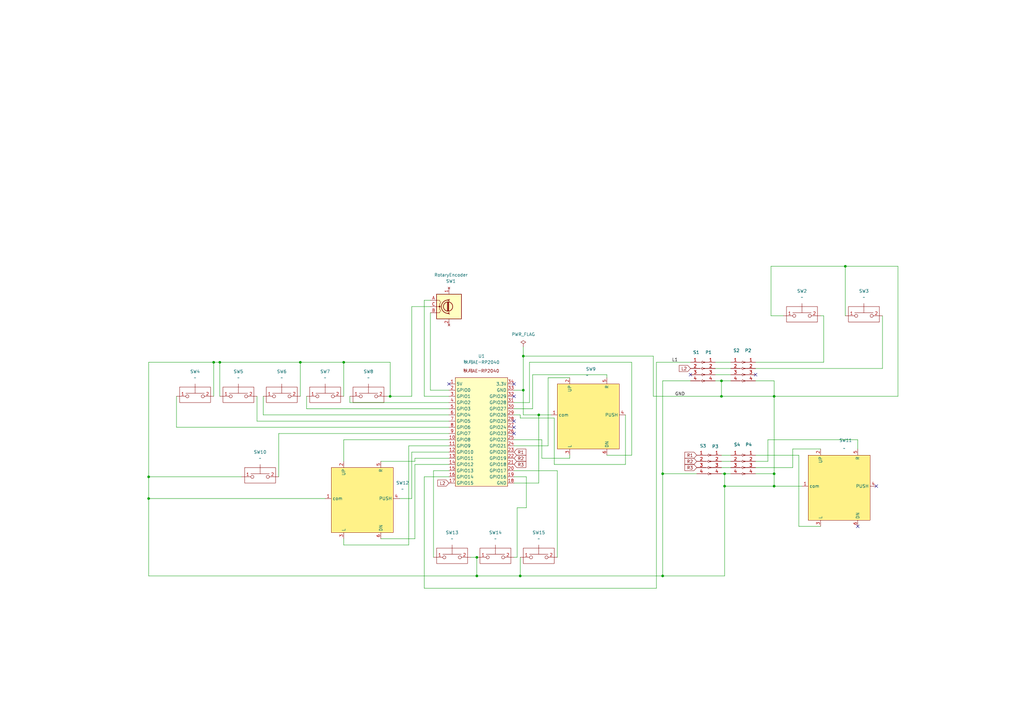
<source format=kicad_sch>
(kicad_sch
	(version 20250114)
	(generator "eeschema")
	(generator_version "9.0")
	(uuid "5c52121b-e98f-41df-802f-fcba2a907a57")
	(paper "A3")
	(title_block
		(title "PegHammer")
		(date "2025")
		(rev "1.2")
	)
	(lib_symbols
		(symbol "power:PWR_FLAG"
			(power)
			(pin_numbers
				(hide yes)
			)
			(pin_names
				(offset 0)
				(hide yes)
			)
			(exclude_from_sim no)
			(in_bom yes)
			(on_board yes)
			(property "Reference" "#FLG"
				(at 0 1.905 0)
				(effects
					(font
						(size 1.27 1.27)
					)
					(hide yes)
				)
			)
			(property "Value" "PWR_FLAG"
				(at 0 3.81 0)
				(effects
					(font
						(size 1.27 1.27)
					)
				)
			)
			(property "Footprint" ""
				(at 0 0 0)
				(effects
					(font
						(size 1.27 1.27)
					)
					(hide yes)
				)
			)
			(property "Datasheet" "~"
				(at 0 0 0)
				(effects
					(font
						(size 1.27 1.27)
					)
					(hide yes)
				)
			)
			(property "Description" "Special symbol for telling ERC where power comes from"
				(at 0 0 0)
				(effects
					(font
						(size 1.27 1.27)
					)
					(hide yes)
				)
			)
			(property "ki_keywords" "flag power"
				(at 0 0 0)
				(effects
					(font
						(size 1.27 1.27)
					)
					(hide yes)
				)
			)
			(symbol "PWR_FLAG_0_0"
				(pin power_out line
					(at 0 0 90)
					(length 0)
					(name "~"
						(effects
							(font
								(size 1.27 1.27)
							)
						)
					)
					(number "1"
						(effects
							(font
								(size 1.27 1.27)
							)
						)
					)
				)
			)
			(symbol "PWR_FLAG_0_1"
				(polyline
					(pts
						(xy 0 0) (xy 0 1.27) (xy -1.016 1.905) (xy 0 2.54) (xy 1.016 1.905) (xy 0 1.27)
					)
					(stroke
						(width 0)
						(type default)
					)
					(fill
						(type none)
					)
				)
			)
			(embedded_fonts no)
		)
		(symbol "自作ライブラリ:EVQ-Q5"
			(exclude_from_sim no)
			(in_bom yes)
			(on_board yes)
			(property "Reference" "SW"
				(at -0.381 -0.127 0)
				(effects
					(font
						(size 1.27 1.27)
					)
				)
			)
			(property "Value" ""
				(at 0 0 0)
				(effects
					(font
						(size 1.27 1.27)
					)
				)
			)
			(property "Footprint" ""
				(at 0 0 0)
				(effects
					(font
						(size 1.27 1.27)
					)
					(hide yes)
				)
			)
			(property "Datasheet" ""
				(at 0 0 0)
				(effects
					(font
						(size 1.27 1.27)
					)
					(hide yes)
				)
			)
			(property "Description" ""
				(at 0 0 0)
				(effects
					(font
						(size 1.27 1.27)
					)
					(hide yes)
				)
			)
			(symbol "EVQ-Q5_0_1"
				(rectangle
					(start -12.7 12.7)
					(end 12.7 -13.97)
					(stroke
						(width 0)
						(type default)
					)
					(fill
						(type color)
						(color 255 242 136 1)
					)
				)
			)
			(symbol "EVQ-Q5_1_1"
				(pin passive line
					(at -15.24 0 0)
					(length 2.54)
					(name "com"
						(effects
							(font
								(size 1.27 1.27)
							)
						)
					)
					(number "1"
						(effects
							(font
								(size 1.27 1.27)
							)
						)
					)
				)
				(pin passive line
					(at -7.62 15.24 270)
					(length 2.54)
					(name "UP"
						(effects
							(font
								(size 1.27 1.27)
							)
						)
					)
					(number "2"
						(effects
							(font
								(size 1.27 1.27)
							)
						)
					)
				)
				(pin passive line
					(at -7.62 -16.51 90)
					(length 2.54)
					(name "L"
						(effects
							(font
								(size 1.27 1.27)
							)
						)
					)
					(number "3"
						(effects
							(font
								(size 1.27 1.27)
							)
						)
					)
				)
				(pin passive line
					(at 7.62 15.24 270)
					(length 2.54)
					(name "R"
						(effects
							(font
								(size 1.27 1.27)
							)
						)
					)
					(number "5"
						(effects
							(font
								(size 1.27 1.27)
							)
						)
					)
				)
				(pin passive line
					(at 7.62 -16.51 90)
					(length 2.54)
					(name "DN"
						(effects
							(font
								(size 1.27 1.27)
							)
						)
					)
					(number "6"
						(effects
							(font
								(size 1.27 1.27)
							)
						)
					)
				)
				(pin passive line
					(at 15.24 0 180)
					(length 2.54)
					(name "PUSH"
						(effects
							(font
								(size 1.27 1.27)
							)
						)
					)
					(number "4"
						(effects
							(font
								(size 1.27 1.27)
							)
						)
					)
				)
			)
			(embedded_fonts no)
		)
		(symbol "自作ライブラリ:push switch"
			(exclude_from_sim no)
			(in_bom yes)
			(on_board yes)
			(property "Reference" "SW"
				(at 0 6.35 0)
				(effects
					(font
						(size 1.27 1.27)
					)
				)
			)
			(property "Value" ""
				(at 0 0 0)
				(effects
					(font
						(size 1.27 1.27)
					)
				)
			)
			(property "Footprint" ""
				(at 0 0 0)
				(effects
					(font
						(size 1.27 1.27)
					)
					(hide yes)
				)
			)
			(property "Datasheet" ""
				(at 0 0 0)
				(effects
					(font
						(size 1.27 1.27)
					)
					(hide yes)
				)
			)
			(property "Description" ""
				(at 0 0 0)
				(effects
					(font
						(size 1.27 1.27)
					)
					(hide yes)
				)
			)
			(symbol "push switch_0_1"
				(rectangle
					(start -6.35 3.81)
					(end 6.35 -2.54)
					(stroke
						(width 0)
						(type default)
					)
					(fill
						(type none)
					)
				)
				(polyline
					(pts
						(xy -3.81 1.27) (xy 3.81 1.27)
					)
					(stroke
						(width 0)
						(type default)
					)
					(fill
						(type none)
					)
				)
				(polyline
					(pts
						(xy 0 1.27) (xy 0 5.08)
					)
					(stroke
						(width 0)
						(type default)
					)
					(fill
						(type none)
					)
				)
			)
			(symbol "push switch_1_1"
				(pin passive inverted
					(at -7.62 0 0)
					(length 5.08)
					(name ""
						(effects
							(font
								(size 1.27 1.27)
							)
						)
					)
					(number "1"
						(effects
							(font
								(size 1.27 1.27)
							)
						)
					)
				)
				(pin passive inverted
					(at 7.62 0 180)
					(length 5.08)
					(name ""
						(effects
							(font
								(size 1.27 1.27)
							)
						)
					)
					(number "2"
						(effects
							(font
								(size 1.27 1.27)
							)
						)
					)
				)
			)
			(embedded_fonts no)
		)
		(symbol "自作ライブラリ:ピンヘッダ_01x04_オス"
			(pin_names
				(offset 1.016)
				(hide yes)
			)
			(exclude_from_sim no)
			(in_bom yes)
			(on_board yes)
			(property "Reference" "P"
				(at 0 5.08 0)
				(effects
					(font
						(size 1.27 1.27)
					)
				)
			)
			(property "Value" "ピンヘッダ_01x04_オス"
				(at 0 -7.62 0)
				(effects
					(font
						(size 1.27 1.27)
					)
				)
			)
			(property "Footprint" ""
				(at 0 0 0)
				(effects
					(font
						(size 1.27 1.27)
					)
					(hide yes)
				)
			)
			(property "Datasheet" "~"
				(at 0 0 0)
				(effects
					(font
						(size 1.27 1.27)
					)
					(hide yes)
				)
			)
			(property "Description" "Generic connector, single row, 01x04, script generated"
				(at 0 0 0)
				(effects
					(font
						(size 1.27 1.27)
					)
					(hide yes)
				)
			)
			(property "ki_locked" ""
				(at 0 0 0)
				(effects
					(font
						(size 1.27 1.27)
					)
				)
			)
			(property "ki_keywords" "connector"
				(at 0 0 0)
				(effects
					(font
						(size 1.27 1.27)
					)
					(hide yes)
				)
			)
			(property "ki_fp_filters" "Connector*:*_1x??_*"
				(at 0 0 0)
				(effects
					(font
						(size 1.27 1.27)
					)
					(hide yes)
				)
			)
			(symbol "ピンヘッダ_01x04_オス_1_1"
				(rectangle
					(start 0.8636 2.667)
					(end 0 2.413)
					(stroke
						(width 0.1524)
						(type default)
					)
					(fill
						(type outline)
					)
				)
				(rectangle
					(start 0.8636 0.127)
					(end 0 -0.127)
					(stroke
						(width 0.1524)
						(type default)
					)
					(fill
						(type outline)
					)
				)
				(rectangle
					(start 0.8636 -2.413)
					(end 0 -2.667)
					(stroke
						(width 0.1524)
						(type default)
					)
					(fill
						(type outline)
					)
				)
				(rectangle
					(start 0.8636 -4.953)
					(end 0 -5.207)
					(stroke
						(width 0.1524)
						(type default)
					)
					(fill
						(type outline)
					)
				)
				(polyline
					(pts
						(xy 1.27 2.54) (xy 0.8636 2.54)
					)
					(stroke
						(width 0.1524)
						(type default)
					)
					(fill
						(type none)
					)
				)
				(polyline
					(pts
						(xy 1.27 0) (xy 0.8636 0)
					)
					(stroke
						(width 0.1524)
						(type default)
					)
					(fill
						(type none)
					)
				)
				(polyline
					(pts
						(xy 1.27 -2.54) (xy 0.8636 -2.54)
					)
					(stroke
						(width 0.1524)
						(type default)
					)
					(fill
						(type none)
					)
				)
				(polyline
					(pts
						(xy 1.27 -5.08) (xy 0.8636 -5.08)
					)
					(stroke
						(width 0.1524)
						(type default)
					)
					(fill
						(type none)
					)
				)
				(pin passive line
					(at 5.08 2.54 180)
					(length 3.81)
					(name "Pin_1"
						(effects
							(font
								(size 1.27 1.27)
							)
						)
					)
					(number "1"
						(effects
							(font
								(size 1.27 1.27)
							)
						)
					)
				)
				(pin passive line
					(at 5.08 0 180)
					(length 3.81)
					(name "Pin_2"
						(effects
							(font
								(size 1.27 1.27)
							)
						)
					)
					(number "2"
						(effects
							(font
								(size 1.27 1.27)
							)
						)
					)
				)
				(pin passive line
					(at 5.08 -2.54 180)
					(length 3.81)
					(name "Pin_3"
						(effects
							(font
								(size 1.27 1.27)
							)
						)
					)
					(number "3"
						(effects
							(font
								(size 1.27 1.27)
							)
						)
					)
				)
				(pin passive line
					(at 5.08 -5.08 180)
					(length 3.81)
					(name "Pin_4"
						(effects
							(font
								(size 1.27 1.27)
							)
						)
					)
					(number "4"
						(effects
							(font
								(size 1.27 1.27)
							)
						)
					)
				)
			)
			(embedded_fonts no)
		)
		(symbol "自作ライブラリ:ピンヘッダ_01x04_メス"
			(pin_names
				(offset 1.016)
				(hide yes)
			)
			(exclude_from_sim no)
			(in_bom yes)
			(on_board yes)
			(property "Reference" "S"
				(at 0 5.08 0)
				(effects
					(font
						(size 1.27 1.27)
					)
				)
			)
			(property "Value" "ピンヘッダ_01x04_メス"
				(at 0 -7.62 0)
				(effects
					(font
						(size 1.27 1.27)
					)
				)
			)
			(property "Footprint" ""
				(at 0 0 0)
				(effects
					(font
						(size 1.27 1.27)
					)
					(hide yes)
				)
			)
			(property "Datasheet" "~"
				(at 0 0 0)
				(effects
					(font
						(size 1.27 1.27)
					)
					(hide yes)
				)
			)
			(property "Description" "Generic connector, single row, 01x04, script generated"
				(at 0 0 0)
				(effects
					(font
						(size 1.27 1.27)
					)
					(hide yes)
				)
			)
			(property "ki_locked" ""
				(at 0 0 0)
				(effects
					(font
						(size 1.27 1.27)
					)
				)
			)
			(property "ki_keywords" "connector"
				(at 0 0 0)
				(effects
					(font
						(size 1.27 1.27)
					)
					(hide yes)
				)
			)
			(property "ki_fp_filters" "Connector*:*_1x??_*"
				(at 0 0 0)
				(effects
					(font
						(size 1.27 1.27)
					)
					(hide yes)
				)
			)
			(symbol "ピンヘッダ_01x04_メス_1_1"
				(polyline
					(pts
						(xy -1.27 2.54) (xy -0.508 2.54)
					)
					(stroke
						(width 0.1524)
						(type default)
					)
					(fill
						(type none)
					)
				)
				(polyline
					(pts
						(xy -1.27 0) (xy -0.508 0)
					)
					(stroke
						(width 0.1524)
						(type default)
					)
					(fill
						(type none)
					)
				)
				(polyline
					(pts
						(xy -1.27 -2.54) (xy -0.508 -2.54)
					)
					(stroke
						(width 0.1524)
						(type default)
					)
					(fill
						(type none)
					)
				)
				(polyline
					(pts
						(xy -1.27 -5.08) (xy -0.508 -5.08)
					)
					(stroke
						(width 0.1524)
						(type default)
					)
					(fill
						(type none)
					)
				)
				(arc
					(start 0 2.032)
					(mid -0.5058 2.54)
					(end 0 3.048)
					(stroke
						(width 0.1524)
						(type default)
					)
					(fill
						(type none)
					)
				)
				(arc
					(start 0 -0.508)
					(mid -0.5058 0)
					(end 0 0.508)
					(stroke
						(width 0.1524)
						(type default)
					)
					(fill
						(type none)
					)
				)
				(arc
					(start 0 -3.048)
					(mid -0.5058 -2.54)
					(end 0 -2.032)
					(stroke
						(width 0.1524)
						(type default)
					)
					(fill
						(type none)
					)
				)
				(arc
					(start 0 -5.588)
					(mid -0.5058 -5.08)
					(end 0 -4.572)
					(stroke
						(width 0.1524)
						(type default)
					)
					(fill
						(type none)
					)
				)
				(pin passive line
					(at -5.08 2.54 0)
					(length 3.81)
					(name "Pin_1"
						(effects
							(font
								(size 1.27 1.27)
							)
						)
					)
					(number "1"
						(effects
							(font
								(size 1.27 1.27)
							)
						)
					)
				)
				(pin passive line
					(at -5.08 0 0)
					(length 3.81)
					(name "Pin_2"
						(effects
							(font
								(size 1.27 1.27)
							)
						)
					)
					(number "2"
						(effects
							(font
								(size 1.27 1.27)
							)
						)
					)
				)
				(pin passive line
					(at -5.08 -2.54 0)
					(length 3.81)
					(name "Pin_3"
						(effects
							(font
								(size 1.27 1.27)
							)
						)
					)
					(number "3"
						(effects
							(font
								(size 1.27 1.27)
							)
						)
					)
				)
				(pin passive line
					(at -5.08 -5.08 0)
					(length 3.81)
					(name "Pin_4"
						(effects
							(font
								(size 1.27 1.27)
							)
						)
					)
					(number "4"
						(effects
							(font
								(size 1.27 1.27)
							)
						)
					)
				)
			)
			(embedded_fonts no)
		)
		(symbol "自作ライブラリ:ロータリーエンコーダ"
			(pin_names
				(offset 0.254)
				(hide yes)
			)
			(exclude_from_sim no)
			(in_bom yes)
			(on_board yes)
			(property "Reference" "SW"
				(at -3.048 6.604 0)
				(effects
					(font
						(size 1.27 1.27)
					)
				)
			)
			(property "Value" "ロータリーエンコーダ"
				(at 0 -6.604 0)
				(effects
					(font
						(size 1.27 1.27)
					)
				)
			)
			(property "Footprint" ""
				(at -3.81 4.064 0)
				(effects
					(font
						(size 1.27 1.27)
					)
					(hide yes)
				)
			)
			(property "Datasheet" "~"
				(at 0 6.604 0)
				(effects
					(font
						(size 1.27 1.27)
					)
					(hide yes)
				)
			)
			(property "Description" "Rotary encoder, dual channel, incremental quadrate outputs"
				(at 0 0 0)
				(effects
					(font
						(size 1.27 1.27)
					)
					(hide yes)
				)
			)
			(property "ki_keywords" "rotary switch encoder"
				(at 0 0 0)
				(effects
					(font
						(size 1.27 1.27)
					)
					(hide yes)
				)
			)
			(property "ki_fp_filters" "RotaryEncoder*"
				(at 0 0 0)
				(effects
					(font
						(size 1.27 1.27)
					)
					(hide yes)
				)
			)
			(symbol "ロータリーエンコーダ_0_1"
				(rectangle
					(start -5.08 5.08)
					(end 5.08 -5.08)
					(stroke
						(width 0.254)
						(type default)
					)
					(fill
						(type background)
					)
				)
				(polyline
					(pts
						(xy -5.08 2.54) (xy -3.81 2.54) (xy -3.81 2.032)
					)
					(stroke
						(width 0)
						(type default)
					)
					(fill
						(type none)
					)
				)
				(polyline
					(pts
						(xy -5.08 0) (xy -3.81 0) (xy -3.81 -1.016) (xy -3.302 -2.032)
					)
					(stroke
						(width 0)
						(type default)
					)
					(fill
						(type none)
					)
				)
				(polyline
					(pts
						(xy -5.08 -2.54) (xy -3.81 -2.54) (xy -3.81 -2.032)
					)
					(stroke
						(width 0)
						(type default)
					)
					(fill
						(type none)
					)
				)
				(polyline
					(pts
						(xy -4.318 0) (xy -3.81 0) (xy -3.81 1.016) (xy -3.302 2.032)
					)
					(stroke
						(width 0)
						(type default)
					)
					(fill
						(type none)
					)
				)
				(circle
					(center -3.81 0)
					(radius 0.254)
					(stroke
						(width 0)
						(type default)
					)
					(fill
						(type outline)
					)
				)
				(polyline
					(pts
						(xy -0.635 -1.778) (xy -0.635 1.778)
					)
					(stroke
						(width 0.254)
						(type default)
					)
					(fill
						(type none)
					)
				)
				(circle
					(center -0.381 0)
					(radius 1.905)
					(stroke
						(width 0.254)
						(type default)
					)
					(fill
						(type none)
					)
				)
				(polyline
					(pts
						(xy -0.381 -1.778) (xy -0.381 1.778)
					)
					(stroke
						(width 0.254)
						(type default)
					)
					(fill
						(type none)
					)
				)
				(arc
					(start -0.381 -2.794)
					(mid -3.0988 -0.0635)
					(end -0.381 2.667)
					(stroke
						(width 0.254)
						(type default)
					)
					(fill
						(type none)
					)
				)
				(polyline
					(pts
						(xy -0.127 1.778) (xy -0.127 -1.778)
					)
					(stroke
						(width 0.254)
						(type default)
					)
					(fill
						(type none)
					)
				)
				(polyline
					(pts
						(xy 0.254 2.921) (xy -0.508 2.667) (xy 0.127 2.286)
					)
					(stroke
						(width 0.254)
						(type default)
					)
					(fill
						(type none)
					)
				)
				(polyline
					(pts
						(xy 0.254 -3.048) (xy -0.508 -2.794) (xy 0.127 -2.413)
					)
					(stroke
						(width 0.254)
						(type default)
					)
					(fill
						(type none)
					)
				)
			)
			(symbol "ロータリーエンコーダ_1_1"
				(pin passive line
					(at -7.62 2.54 0)
					(length 2.54)
					(name "A"
						(effects
							(font
								(size 1.27 1.27)
							)
						)
					)
					(number "A"
						(effects
							(font
								(size 1.27 1.27)
							)
						)
					)
				)
				(pin passive line
					(at -7.62 0 0)
					(length 2.54)
					(name "C"
						(effects
							(font
								(size 1.27 1.27)
							)
						)
					)
					(number "C"
						(effects
							(font
								(size 1.27 1.27)
							)
						)
					)
				)
				(pin passive line
					(at -7.62 -2.54 0)
					(length 2.54)
					(name "B"
						(effects
							(font
								(size 1.27 1.27)
							)
						)
					)
					(number "B"
						(effects
							(font
								(size 1.27 1.27)
							)
						)
					)
				)
				(pin no_connect line
					(at 0 7.62 270)
					(length 2.54)
					(name "1"
						(effects
							(font
								(size 1.27 1.27)
							)
						)
					)
					(number "1"
						(effects
							(font
								(size 1.27 1.27)
							)
						)
					)
				)
				(pin no_connect line
					(at 0 -7.62 90)
					(length 2.54)
					(name "2"
						(effects
							(font
								(size 1.27 1.27)
							)
						)
					)
					(number "2"
						(effects
							(font
								(size 1.27 1.27)
							)
						)
					)
				)
			)
			(embedded_fonts no)
		)
		(symbol "自作ライブラリ:秋月AEーRP2040"
			(exclude_from_sim no)
			(in_bom yes)
			(on_board yes)
			(property "Reference" "U"
				(at 1.016 34.798 0)
				(effects
					(font
						(size 1.27 1.27)
					)
				)
			)
			(property "Value" "秋月AEーRP2040"
				(at 4.318 31.75 0)
				(effects
					(font
						(size 1.27 1.27)
					)
				)
			)
			(property "Footprint" "RPi_Pico:RPi_Pico_SMD_TH"
				(at 4.318 37.084 0)
				(effects
					(font
						(size 1.27 1.27)
					)
					(hide yes)
				)
			)
			(property "Datasheet" ""
				(at 0 0 0)
				(effects
					(font
						(size 1.27 1.27)
					)
					(hide yes)
				)
			)
			(property "Description" ""
				(at 0 0 0)
				(effects
					(font
						(size 1.27 1.27)
					)
					(hide yes)
				)
			)
			(symbol "秋月AEーRP2040_0_1"
				(rectangle
					(start -6.35 26.67)
					(end 15.24 -17.78)
					(stroke
						(width 0)
						(type default)
					)
					(fill
						(type background)
					)
				)
			)
			(symbol "秋月AEーRP2040_1_1"
				(text "秋月AEーRP2040"
					(at 4.318 29.464 0)
					(effects
						(font
							(size 1.27 1.27)
						)
					)
				)
				(pin power_in line
					(at -8.89 24.13 0)
					(length 2.54)
					(name "5V"
						(effects
							(font
								(size 1.27 1.27)
							)
						)
					)
					(number "1"
						(effects
							(font
								(size 1.27 1.27)
							)
						)
					)
				)
				(pin bidirectional line
					(at -8.89 21.59 0)
					(length 2.54)
					(name "GPIO0"
						(effects
							(font
								(size 1.27 1.27)
							)
						)
					)
					(number "2"
						(effects
							(font
								(size 1.27 1.27)
							)
						)
					)
				)
				(pin bidirectional line
					(at -8.89 19.05 0)
					(length 2.54)
					(name "GPIO1"
						(effects
							(font
								(size 1.27 1.27)
							)
						)
					)
					(number "3"
						(effects
							(font
								(size 1.27 1.27)
							)
						)
					)
				)
				(pin bidirectional line
					(at -8.89 16.51 0)
					(length 2.54)
					(name "GPIO2"
						(effects
							(font
								(size 1.27 1.27)
							)
						)
					)
					(number "4"
						(effects
							(font
								(size 1.27 1.27)
							)
						)
					)
				)
				(pin bidirectional line
					(at -8.89 13.97 0)
					(length 2.54)
					(name "GPIO3"
						(effects
							(font
								(size 1.27 1.27)
							)
						)
					)
					(number "5"
						(effects
							(font
								(size 1.27 1.27)
							)
						)
					)
				)
				(pin bidirectional line
					(at -8.89 11.43 0)
					(length 2.54)
					(name "GPIO4"
						(effects
							(font
								(size 1.27 1.27)
							)
						)
					)
					(number "6"
						(effects
							(font
								(size 1.27 1.27)
							)
						)
					)
				)
				(pin bidirectional line
					(at -8.89 8.89 0)
					(length 2.54)
					(name "GPIO5"
						(effects
							(font
								(size 1.27 1.27)
							)
						)
					)
					(number "7"
						(effects
							(font
								(size 1.27 1.27)
							)
						)
					)
				)
				(pin bidirectional line
					(at -8.89 6.35 0)
					(length 2.54)
					(name "GPIO6"
						(effects
							(font
								(size 1.27 1.27)
							)
						)
					)
					(number "8"
						(effects
							(font
								(size 1.27 1.27)
							)
						)
					)
				)
				(pin bidirectional line
					(at -8.89 3.81 0)
					(length 2.54)
					(name "GPIO7"
						(effects
							(font
								(size 1.27 1.27)
							)
						)
					)
					(number "9"
						(effects
							(font
								(size 1.27 1.27)
							)
						)
					)
				)
				(pin bidirectional line
					(at -8.89 1.27 0)
					(length 2.54)
					(name "GPIO8"
						(effects
							(font
								(size 1.27 1.27)
							)
						)
					)
					(number "10"
						(effects
							(font
								(size 1.27 1.27)
							)
						)
					)
				)
				(pin bidirectional line
					(at -8.89 -1.27 0)
					(length 2.54)
					(name "GPIO9"
						(effects
							(font
								(size 1.27 1.27)
							)
						)
					)
					(number "11"
						(effects
							(font
								(size 1.27 1.27)
							)
						)
					)
				)
				(pin bidirectional line
					(at -8.89 -3.81 0)
					(length 2.54)
					(name "GPIO10"
						(effects
							(font
								(size 1.27 1.27)
							)
						)
					)
					(number "12"
						(effects
							(font
								(size 1.27 1.27)
							)
						)
					)
				)
				(pin bidirectional line
					(at -8.89 -6.35 0)
					(length 2.54)
					(name "GPIO11"
						(effects
							(font
								(size 1.27 1.27)
							)
						)
					)
					(number "13"
						(effects
							(font
								(size 1.27 1.27)
							)
						)
					)
				)
				(pin bidirectional line
					(at -8.89 -8.89 0)
					(length 2.54)
					(name "GPIO12"
						(effects
							(font
								(size 1.27 1.27)
							)
						)
					)
					(number "14"
						(effects
							(font
								(size 1.27 1.27)
							)
						)
					)
				)
				(pin bidirectional line
					(at -8.89 -11.43 0)
					(length 2.54)
					(name "GPIO13"
						(effects
							(font
								(size 1.27 1.27)
							)
						)
					)
					(number "15"
						(effects
							(font
								(size 1.27 1.27)
							)
						)
					)
				)
				(pin bidirectional line
					(at -8.89 -13.97 0)
					(length 2.54)
					(name "GPIO14"
						(effects
							(font
								(size 1.27 1.27)
							)
						)
					)
					(number "16"
						(effects
							(font
								(size 1.27 1.27)
							)
						)
					)
				)
				(pin bidirectional line
					(at -8.89 -16.51 0)
					(length 2.54)
					(name "GPIO15"
						(effects
							(font
								(size 1.27 1.27)
							)
						)
					)
					(number "17"
						(effects
							(font
								(size 1.27 1.27)
							)
						)
					)
				)
				(pin power_in line
					(at 17.78 24.13 180)
					(length 2.54)
					(name "3.3V"
						(effects
							(font
								(size 1.27 1.27)
							)
						)
					)
					(number "34"
						(effects
							(font
								(size 1.27 1.27)
							)
						)
					)
				)
				(pin power_in line
					(at 17.78 21.59 180)
					(length 2.54)
					(name "GND"
						(effects
							(font
								(size 1.27 1.27)
							)
						)
					)
					(number "33"
						(effects
							(font
								(size 1.27 1.27)
							)
						)
					)
				)
				(pin bidirectional line
					(at 17.78 19.05 180)
					(length 2.54)
					(name "GPIO29"
						(effects
							(font
								(size 1.27 1.27)
							)
						)
					)
					(number "32"
						(effects
							(font
								(size 1.27 1.27)
							)
						)
					)
				)
				(pin bidirectional line
					(at 17.78 16.51 180)
					(length 2.54)
					(name "GPIO28"
						(effects
							(font
								(size 1.27 1.27)
							)
						)
					)
					(number "31"
						(effects
							(font
								(size 1.27 1.27)
							)
						)
					)
				)
				(pin bidirectional line
					(at 17.78 13.97 180)
					(length 2.54)
					(name "GPIO27"
						(effects
							(font
								(size 1.27 1.27)
							)
						)
					)
					(number "30"
						(effects
							(font
								(size 1.27 1.27)
							)
						)
					)
				)
				(pin bidirectional line
					(at 17.78 11.43 180)
					(length 2.54)
					(name "GPIO26"
						(effects
							(font
								(size 1.27 1.27)
							)
						)
					)
					(number "29"
						(effects
							(font
								(size 1.27 1.27)
							)
						)
					)
				)
				(pin bidirectional line
					(at 17.78 8.89 180)
					(length 2.54)
					(name "GPIO25"
						(effects
							(font
								(size 1.27 1.27)
							)
						)
					)
					(number "28"
						(effects
							(font
								(size 1.27 1.27)
							)
						)
					)
				)
				(pin bidirectional line
					(at 17.78 6.35 180)
					(length 2.54)
					(name "GPIO24"
						(effects
							(font
								(size 1.27 1.27)
							)
						)
					)
					(number "27"
						(effects
							(font
								(size 1.27 1.27)
							)
						)
					)
				)
				(pin bidirectional line
					(at 17.78 3.81 180)
					(length 2.54)
					(name "GPIO23"
						(effects
							(font
								(size 1.27 1.27)
							)
						)
					)
					(number "26"
						(effects
							(font
								(size 1.27 1.27)
							)
						)
					)
				)
				(pin bidirectional line
					(at 17.78 1.27 180)
					(length 2.54)
					(name "GPIO22"
						(effects
							(font
								(size 1.27 1.27)
							)
						)
					)
					(number "25"
						(effects
							(font
								(size 1.27 1.27)
							)
						)
					)
				)
				(pin bidirectional line
					(at 17.78 -1.27 180)
					(length 2.54)
					(name "GPIO21"
						(effects
							(font
								(size 1.27 1.27)
							)
						)
					)
					(number "24"
						(effects
							(font
								(size 1.27 1.27)
							)
						)
					)
				)
				(pin bidirectional line
					(at 17.78 -3.81 180)
					(length 2.54)
					(name "GPIO20"
						(effects
							(font
								(size 1.27 1.27)
							)
						)
					)
					(number "23"
						(effects
							(font
								(size 1.27 1.27)
							)
						)
					)
				)
				(pin bidirectional line
					(at 17.78 -6.35 180)
					(length 2.54)
					(name "GPIO19"
						(effects
							(font
								(size 1.27 1.27)
							)
						)
					)
					(number "22"
						(effects
							(font
								(size 1.27 1.27)
							)
						)
					)
				)
				(pin bidirectional line
					(at 17.78 -8.89 180)
					(length 2.54)
					(name "GPIO18"
						(effects
							(font
								(size 1.27 1.27)
							)
						)
					)
					(number "21"
						(effects
							(font
								(size 1.27 1.27)
							)
						)
					)
				)
				(pin bidirectional line
					(at 17.78 -11.43 180)
					(length 2.54)
					(name "GPIO17"
						(effects
							(font
								(size 1.27 1.27)
							)
						)
					)
					(number "20"
						(effects
							(font
								(size 1.27 1.27)
							)
						)
					)
				)
				(pin bidirectional line
					(at 17.78 -13.97 180)
					(length 2.54)
					(name "GPIO16"
						(effects
							(font
								(size 1.27 1.27)
							)
						)
					)
					(number "19"
						(effects
							(font
								(size 1.27 1.27)
							)
						)
					)
				)
				(pin power_in line
					(at 17.78 -16.51 180)
					(length 2.54)
					(name "GND"
						(effects
							(font
								(size 1.27 1.27)
							)
						)
					)
					(number "18"
						(effects
							(font
								(size 1.27 1.27)
							)
						)
					)
				)
			)
			(embedded_fonts no)
		)
	)
	(junction
		(at 295.91 156.21)
		(diameter 0)
		(color 0 0 0 0)
		(uuid "16c9b110-ab6c-4cce-8d4c-611748f50bcd")
	)
	(junction
		(at 87.63 148.59)
		(diameter 0)
		(color 0 0 0 0)
		(uuid "1d21bdf8-2655-4870-ab69-7fa56d988b01")
	)
	(junction
		(at 160.02 162.56)
		(diameter 0)
		(color 0 0 0 0)
		(uuid "32935818-effa-430d-a987-5861bdb049d6")
	)
	(junction
		(at 317.5 194.31)
		(diameter 0)
		(color 0 0 0 0)
		(uuid "3aaadaaf-b22a-4a77-a9ec-19d5476d5a72")
	)
	(junction
		(at 195.58 236.22)
		(diameter 0)
		(color 0 0 0 0)
		(uuid "476d364e-ac1b-4ca4-a278-1b053bb78f2d")
	)
	(junction
		(at 214.63 146.05)
		(diameter 0)
		(color 0 0 0 0)
		(uuid "495871f2-4522-48fc-b14f-7de52eca069f")
	)
	(junction
		(at 220.98 170.18)
		(diameter 0)
		(color 0 0 0 0)
		(uuid "511fa001-4841-4579-bd5d-ce4fc2cd9919")
	)
	(junction
		(at 317.5 162.56)
		(diameter 0)
		(color 0 0 0 0)
		(uuid "5e4ff7e8-6795-4f55-b525-5f7c5d27c482")
	)
	(junction
		(at 60.96 204.47)
		(diameter 0)
		(color 0 0 0 0)
		(uuid "61fd998a-1fe4-4b8d-b2ef-58dbe8b9e27b")
	)
	(junction
		(at 271.78 194.31)
		(diameter 0)
		(color 0 0 0 0)
		(uuid "6a6d32d7-c40a-47ee-8f7b-328dd02f6392")
	)
	(junction
		(at 123.19 148.59)
		(diameter 0)
		(color 0 0 0 0)
		(uuid "7d6edf9f-9560-4982-8487-4a365b9757eb")
	)
	(junction
		(at 90.17 148.59)
		(diameter 0)
		(color 0 0 0 0)
		(uuid "822382ce-1568-45b5-8237-640c60dbebff")
	)
	(junction
		(at 214.63 160.02)
		(diameter 0)
		(color 0 0 0 0)
		(uuid "96d14015-6ba2-4e7d-9b4f-ecc6eca8b6cd")
	)
	(junction
		(at 297.18 199.39)
		(diameter 0)
		(color 0 0 0 0)
		(uuid "9d4a8968-ee10-4987-80de-aa60eb3f0d34")
	)
	(junction
		(at 317.5 199.39)
		(diameter 0)
		(color 0 0 0 0)
		(uuid "a78b705e-a179-41c1-a090-3ec9d56129eb")
	)
	(junction
		(at 140.97 148.59)
		(diameter 0)
		(color 0 0 0 0)
		(uuid "aeb15f34-af73-4504-b694-4bc5595dc0bd")
	)
	(junction
		(at 213.36 236.22)
		(diameter 0)
		(color 0 0 0 0)
		(uuid "ba4b2759-1f30-441f-9f79-8c829a817168")
	)
	(junction
		(at 346.71 109.22)
		(diameter 0)
		(color 0 0 0 0)
		(uuid "c0b5a0c6-b6c9-479f-9b28-fd2a7dd906e8")
	)
	(junction
		(at 295.91 162.56)
		(diameter 0)
		(color 0 0 0 0)
		(uuid "cf6e98c9-b847-4250-a49a-89186443825c")
	)
	(junction
		(at 195.58 228.6)
		(diameter 0)
		(color 0 0 0 0)
		(uuid "e1c043c4-2e41-4be2-87a3-809186f0d476")
	)
	(junction
		(at 297.18 194.31)
		(diameter 0)
		(color 0 0 0 0)
		(uuid "e6f0cb99-89b4-4952-9889-6277f31c024e")
	)
	(junction
		(at 60.96 195.58)
		(diameter 0)
		(color 0 0 0 0)
		(uuid "f0bd1d7a-dd15-4d23-93e9-5b12003a52c2")
	)
	(junction
		(at 271.78 236.22)
		(diameter 0)
		(color 0 0 0 0)
		(uuid "f9ce19f3-2ddc-4eb5-9228-d23180a2d48c")
	)
	(no_connect
		(at 210.82 157.48)
		(uuid "00ebdbac-0789-4665-9bb9-c0b59bed5fd0")
	)
	(no_connect
		(at 210.82 162.56)
		(uuid "0ee95305-5c90-415e-b0de-715a58658ea5")
	)
	(no_connect
		(at 309.88 153.67)
		(uuid "2c5a9d65-9906-4319-a1d7-4170c854de34")
	)
	(no_connect
		(at 283.21 153.67)
		(uuid "2e9c94b7-6d64-462c-a3f3-8d7fcf8477fd")
	)
	(no_connect
		(at 359.41 199.39)
		(uuid "484f8ee0-e1ed-437e-ae23-b04b2e5c018b")
	)
	(no_connect
		(at 184.15 157.48)
		(uuid "6d4405fc-fc41-4437-b42a-beb1c3e03ed6")
	)
	(no_connect
		(at 210.82 172.72)
		(uuid "7e90636c-62f9-404e-9968-35ad38c7ff71")
	)
	(no_connect
		(at 351.79 215.9)
		(uuid "907c2e8a-432c-4a07-8258-dc14fe293a4c")
	)
	(no_connect
		(at 210.82 177.8)
		(uuid "9c72c66e-f442-4d22-b5b1-a9c699c0f1cf")
	)
	(no_connect
		(at 210.82 175.26)
		(uuid "fd0217dc-c2d9-42de-9346-1e5c5bb81fba")
	)
	(wire
		(pts
			(xy 327.66 186.69) (xy 309.88 186.69)
		)
		(stroke
			(width 0)
			(type default)
		)
		(uuid "019f8763-9e9c-4c0e-86f1-438336f31aa9")
	)
	(wire
		(pts
			(xy 293.37 156.21) (xy 295.91 156.21)
		)
		(stroke
			(width 0)
			(type default)
		)
		(uuid "04636015-b927-475c-b148-b008567604a1")
	)
	(wire
		(pts
			(xy 193.04 228.6) (xy 195.58 228.6)
		)
		(stroke
			(width 0)
			(type default)
		)
		(uuid "04f6ae2c-e3d7-451c-ae0e-a0aa14b0ac1d")
	)
	(wire
		(pts
			(xy 213.36 171.45) (xy 227.33 171.45)
		)
		(stroke
			(width 0)
			(type default)
		)
		(uuid "05a9cbab-a1a3-45df-9fb8-3e3332cc104c")
	)
	(wire
		(pts
			(xy 184.15 172.72) (xy 105.41 172.72)
		)
		(stroke
			(width 0)
			(type default)
		)
		(uuid "0609758f-f3e6-411f-ab70-a68a1720361b")
	)
	(wire
		(pts
			(xy 123.19 148.59) (xy 140.97 148.59)
		)
		(stroke
			(width 0)
			(type default)
		)
		(uuid "062d1b89-5dd4-4ca0-a5ae-eaa304c7ce56")
	)
	(wire
		(pts
			(xy 220.98 198.12) (xy 220.98 170.18)
		)
		(stroke
			(width 0)
			(type default)
		)
		(uuid "0aacea51-d08d-4cd8-bdcb-8bf7dfeef200")
	)
	(wire
		(pts
			(xy 173.99 123.19) (xy 173.99 162.56)
		)
		(stroke
			(width 0)
			(type default)
		)
		(uuid "0f3bb3ba-ddcd-4b81-8f66-5a246208bb23")
	)
	(wire
		(pts
			(xy 346.71 109.22) (xy 316.23 109.22)
		)
		(stroke
			(width 0)
			(type default)
		)
		(uuid "12105a04-475f-4261-9c2b-24be879cfbb4")
	)
	(wire
		(pts
			(xy 160.02 162.56) (xy 158.75 162.56)
		)
		(stroke
			(width 0)
			(type default)
		)
		(uuid "12b2c2e8-a704-4963-802e-59301d082749")
	)
	(wire
		(pts
			(xy 163.83 204.47) (xy 168.91 204.47)
		)
		(stroke
			(width 0)
			(type default)
		)
		(uuid "137dfa53-763e-4149-8be7-5fc161f0f824")
	)
	(wire
		(pts
			(xy 210.82 170.18) (xy 213.36 170.18)
		)
		(stroke
			(width 0)
			(type default)
		)
		(uuid "13b800dc-8585-4b28-bdea-3b60b1d0b596")
	)
	(wire
		(pts
			(xy 220.98 170.18) (xy 226.06 170.18)
		)
		(stroke
			(width 0)
			(type default)
		)
		(uuid "1704f677-99c4-4651-b568-0d443a2efca8")
	)
	(wire
		(pts
			(xy 210.82 165.1) (xy 217.17 165.1)
		)
		(stroke
			(width 0)
			(type default)
		)
		(uuid "19509092-a219-471d-a90f-0ecd993b3016")
	)
	(wire
		(pts
			(xy 309.88 189.23) (xy 314.96 189.23)
		)
		(stroke
			(width 0)
			(type default)
		)
		(uuid "1e63265f-8234-409b-b61c-787562459c2a")
	)
	(wire
		(pts
			(xy 271.78 194.31) (xy 285.75 194.31)
		)
		(stroke
			(width 0)
			(type default)
		)
		(uuid "1e9956de-5d13-452f-b6cd-4563a82487b6")
	)
	(wire
		(pts
			(xy 168.91 185.42) (xy 184.15 185.42)
		)
		(stroke
			(width 0)
			(type default)
		)
		(uuid "20ba9619-9987-45d5-975b-c8fa6ce0277c")
	)
	(wire
		(pts
			(xy 160.02 148.59) (xy 160.02 162.56)
		)
		(stroke
			(width 0)
			(type default)
		)
		(uuid "222c306f-517e-4f1f-a28b-2f1d764a236b")
	)
	(wire
		(pts
			(xy 60.96 195.58) (xy 60.96 204.47)
		)
		(stroke
			(width 0)
			(type default)
		)
		(uuid "225b5ca9-1591-438b-8157-b333a3888084")
	)
	(wire
		(pts
			(xy 368.3 162.56) (xy 317.5 162.56)
		)
		(stroke
			(width 0)
			(type default)
		)
		(uuid "240c1ab3-038e-488b-8be0-4fb7efcba6ec")
	)
	(wire
		(pts
			(xy 297.18 199.39) (xy 297.18 236.22)
		)
		(stroke
			(width 0)
			(type default)
		)
		(uuid "24cd54dc-5f50-47d9-a817-5e9a7147d3f5")
	)
	(wire
		(pts
			(xy 210.82 167.64) (xy 218.44 167.64)
		)
		(stroke
			(width 0)
			(type default)
		)
		(uuid "255d5275-a1f6-4bc5-a4e6-7e572fc2e6db")
	)
	(wire
		(pts
			(xy 295.91 189.23) (xy 299.72 189.23)
		)
		(stroke
			(width 0)
			(type default)
		)
		(uuid "2803e99e-7903-459c-8e2b-3742312b57e7")
	)
	(wire
		(pts
			(xy 107.95 170.18) (xy 184.15 170.18)
		)
		(stroke
			(width 0)
			(type default)
		)
		(uuid "285f3cd2-c54f-4935-bcbb-258685616d9a")
	)
	(wire
		(pts
			(xy 295.91 162.56) (xy 317.5 162.56)
		)
		(stroke
			(width 0)
			(type default)
		)
		(uuid "29353ff2-43fd-419b-a36e-c43de4ffdf4c")
	)
	(wire
		(pts
			(xy 184.15 180.34) (xy 140.97 180.34)
		)
		(stroke
			(width 0)
			(type default)
		)
		(uuid "2dea0548-c18a-4d6b-8b45-cadac645d460")
	)
	(wire
		(pts
			(xy 224.79 182.88) (xy 224.79 154.94)
		)
		(stroke
			(width 0)
			(type default)
		)
		(uuid "3080f4af-dfd1-4b47-aa72-13d7e0e7cf29")
	)
	(wire
		(pts
			(xy 271.78 236.22) (xy 213.36 236.22)
		)
		(stroke
			(width 0)
			(type default)
		)
		(uuid "3184e307-25f4-44eb-98b5-0dcf78e392ef")
	)
	(wire
		(pts
			(xy 368.3 109.22) (xy 368.3 162.56)
		)
		(stroke
			(width 0)
			(type default)
		)
		(uuid "322cc1ab-dfd0-41fc-bfbb-e59beff70d8f")
	)
	(wire
		(pts
			(xy 156.21 189.23) (xy 170.18 189.23)
		)
		(stroke
			(width 0)
			(type default)
		)
		(uuid "34eb0ea6-72dd-486d-99fe-2d046d4a50db")
	)
	(wire
		(pts
			(xy 269.24 148.59) (xy 283.21 148.59)
		)
		(stroke
			(width 0)
			(type default)
		)
		(uuid "35a40743-166a-4d8b-a275-bab8897b55c8")
	)
	(wire
		(pts
			(xy 72.39 162.56) (xy 72.39 175.26)
		)
		(stroke
			(width 0)
			(type default)
		)
		(uuid "365ff335-24ed-42f3-98c7-7d228ee6dce8")
	)
	(wire
		(pts
			(xy 170.18 220.98) (xy 156.21 220.98)
		)
		(stroke
			(width 0)
			(type default)
		)
		(uuid "383dad5e-6d15-4f1e-be5a-e1443953449b")
	)
	(wire
		(pts
			(xy 60.96 236.22) (xy 195.58 236.22)
		)
		(stroke
			(width 0)
			(type default)
		)
		(uuid "38e077cb-033f-4980-84a4-285f3203af4a")
	)
	(wire
		(pts
			(xy 133.35 204.47) (xy 60.96 204.47)
		)
		(stroke
			(width 0)
			(type default)
		)
		(uuid "39333ade-e809-45f8-a692-1c9b2152c8ba")
	)
	(wire
		(pts
			(xy 293.37 151.13) (xy 299.72 151.13)
		)
		(stroke
			(width 0)
			(type default)
		)
		(uuid "3a717cf6-5aa0-4e53-8370-dddab3b2c2eb")
	)
	(wire
		(pts
			(xy 87.63 148.59) (xy 90.17 148.59)
		)
		(stroke
			(width 0)
			(type default)
		)
		(uuid "3fd2a96a-e085-4cf4-b06d-40d094e85652")
	)
	(wire
		(pts
			(xy 105.41 162.56) (xy 105.41 172.72)
		)
		(stroke
			(width 0)
			(type default)
		)
		(uuid "406ac749-a5d4-437f-9f17-98e63088ce66")
	)
	(wire
		(pts
			(xy 259.08 148.59) (xy 259.08 186.69)
		)
		(stroke
			(width 0)
			(type default)
		)
		(uuid "40f397e1-b6fa-4603-ab3f-8e779d27e4f8")
	)
	(wire
		(pts
			(xy 271.78 156.21) (xy 271.78 194.31)
		)
		(stroke
			(width 0)
			(type default)
		)
		(uuid "43510f91-d4dd-42c3-9359-12ff66a907eb")
	)
	(wire
		(pts
			(xy 293.37 153.67) (xy 299.72 153.67)
		)
		(stroke
			(width 0)
			(type default)
		)
		(uuid "43d3da8a-1674-43d2-9a28-1600c62046f1")
	)
	(wire
		(pts
			(xy 140.97 148.59) (xy 160.02 148.59)
		)
		(stroke
			(width 0)
			(type default)
		)
		(uuid "45205ce6-1648-4703-baec-06a89169dc19")
	)
	(wire
		(pts
			(xy 213.36 228.6) (xy 213.36 236.22)
		)
		(stroke
			(width 0)
			(type default)
		)
		(uuid "45c8b77a-eaa5-46b4-81c5-28e786b7e0aa")
	)
	(wire
		(pts
			(xy 327.66 186.69) (xy 327.66 215.9)
		)
		(stroke
			(width 0)
			(type default)
		)
		(uuid "49f01d6f-a63d-4410-8f48-2f61b40d2ec8")
	)
	(wire
		(pts
			(xy 140.97 148.59) (xy 140.97 162.56)
		)
		(stroke
			(width 0)
			(type default)
		)
		(uuid "4ca872c7-cbba-4b2d-b884-38a0ebe11d8e")
	)
	(wire
		(pts
			(xy 297.18 236.22) (xy 271.78 236.22)
		)
		(stroke
			(width 0)
			(type default)
		)
		(uuid "52747386-845f-4ec9-bd95-cd405d50e297")
	)
	(wire
		(pts
			(xy 184.15 190.5) (xy 170.18 190.5)
		)
		(stroke
			(width 0)
			(type default)
		)
		(uuid "53e0922e-6f7f-4974-89a3-5007af74fff9")
	)
	(wire
		(pts
			(xy 328.93 199.39) (xy 317.5 199.39)
		)
		(stroke
			(width 0)
			(type default)
		)
		(uuid "577a9ef7-5b7b-4d29-8f0e-5d971f1f74ed")
	)
	(wire
		(pts
			(xy 143.51 162.56) (xy 143.51 165.1)
		)
		(stroke
			(width 0)
			(type default)
		)
		(uuid "57bc5560-b4fe-4cfd-b1f2-b3dd46e99d8b")
	)
	(wire
		(pts
			(xy 214.63 160.02) (xy 214.63 170.18)
		)
		(stroke
			(width 0)
			(type default)
		)
		(uuid "58c6bcaa-9dc9-4b8a-bb28-5fad9b847b03")
	)
	(wire
		(pts
			(xy 317.5 194.31) (xy 317.5 199.39)
		)
		(stroke
			(width 0)
			(type default)
		)
		(uuid "5b6ff149-70c4-47e7-b12d-7ee287096464")
	)
	(wire
		(pts
			(xy 336.55 215.9) (xy 327.66 215.9)
		)
		(stroke
			(width 0)
			(type default)
		)
		(uuid "5d5a3157-0855-4311-8612-159be1a43780")
	)
	(wire
		(pts
			(xy 314.96 180.34) (xy 314.96 189.23)
		)
		(stroke
			(width 0)
			(type default)
		)
		(uuid "5edf2d5e-6a74-4447-b9de-fa97e9c3d29c")
	)
	(wire
		(pts
			(xy 297.18 199.39) (xy 317.5 199.39)
		)
		(stroke
			(width 0)
			(type default)
		)
		(uuid "649dde22-f9a6-461c-828d-66e0b9c7b3a0")
	)
	(wire
		(pts
			(xy 168.91 185.42) (xy 168.91 204.47)
		)
		(stroke
			(width 0)
			(type default)
		)
		(uuid "653c8afa-4f3b-42a9-95c5-16fda06c81b6")
	)
	(wire
		(pts
			(xy 297.18 194.31) (xy 297.18 199.39)
		)
		(stroke
			(width 0)
			(type default)
		)
		(uuid "6933a106-8408-4f3e-a807-70452a19762b")
	)
	(wire
		(pts
			(xy 227.33 171.45) (xy 227.33 190.5)
		)
		(stroke
			(width 0)
			(type default)
		)
		(uuid "6cfa1021-d6aa-4c77-8afb-756ab54a0a77")
	)
	(wire
		(pts
			(xy 309.88 194.31) (xy 317.5 194.31)
		)
		(stroke
			(width 0)
			(type default)
		)
		(uuid "6d3a04d4-3793-4dda-ba78-9352ff1beb27")
	)
	(wire
		(pts
			(xy 267.97 146.05) (xy 267.97 162.56)
		)
		(stroke
			(width 0)
			(type default)
		)
		(uuid "6e2b1524-d850-4d07-a8e7-5c8dd8cb5dd1")
	)
	(wire
		(pts
			(xy 325.12 184.15) (xy 336.55 184.15)
		)
		(stroke
			(width 0)
			(type default)
		)
		(uuid "6fae667c-2694-4c6a-a742-b45c114a8de2")
	)
	(wire
		(pts
			(xy 114.3 177.8) (xy 114.3 195.58)
		)
		(stroke
			(width 0)
			(type default)
		)
		(uuid "6fcb3e5e-e6d9-47a6-850f-9002284bd659")
	)
	(wire
		(pts
			(xy 140.97 220.98) (xy 140.97 223.52)
		)
		(stroke
			(width 0)
			(type default)
		)
		(uuid "70db6e7b-6914-40f8-b101-34fba7558612")
	)
	(wire
		(pts
			(xy 213.36 236.22) (xy 195.58 236.22)
		)
		(stroke
			(width 0)
			(type default)
		)
		(uuid "72557bbf-1e02-4768-9935-64a515c8ed11")
	)
	(wire
		(pts
			(xy 293.37 148.59) (xy 299.72 148.59)
		)
		(stroke
			(width 0)
			(type default)
		)
		(uuid "752c6261-06f0-41ec-8791-2e8c25232819")
	)
	(wire
		(pts
			(xy 123.19 148.59) (xy 123.19 162.56)
		)
		(stroke
			(width 0)
			(type default)
		)
		(uuid "76d10d8c-5241-462a-9b36-d05e3d602953")
	)
	(wire
		(pts
			(xy 173.99 195.58) (xy 173.99 241.3)
		)
		(stroke
			(width 0)
			(type default)
		)
		(uuid "76e0eda3-de75-453e-a20f-58472a0bfe81")
	)
	(wire
		(pts
			(xy 176.53 123.19) (xy 173.99 123.19)
		)
		(stroke
			(width 0)
			(type default)
		)
		(uuid "77725506-da3b-4d82-9d83-cc7403862ce8")
	)
	(wire
		(pts
			(xy 295.91 186.69) (xy 299.72 186.69)
		)
		(stroke
			(width 0)
			(type default)
		)
		(uuid "77970441-f2da-4888-a90f-c6dea43e6416")
	)
	(wire
		(pts
			(xy 125.73 162.56) (xy 125.73 167.64)
		)
		(stroke
			(width 0)
			(type default)
		)
		(uuid "7a378a4d-5e47-49e9-9b5f-4378191be7d9")
	)
	(wire
		(pts
			(xy 317.5 162.56) (xy 317.5 194.31)
		)
		(stroke
			(width 0)
			(type default)
		)
		(uuid "7b7722ba-83ac-45b7-b5a4-89c7a1bc2df7")
	)
	(wire
		(pts
			(xy 309.88 156.21) (xy 317.5 156.21)
		)
		(stroke
			(width 0)
			(type default)
		)
		(uuid "7c1cbc79-9907-434f-a564-949d4b595b22")
	)
	(wire
		(pts
			(xy 214.63 146.05) (xy 267.97 146.05)
		)
		(stroke
			(width 0)
			(type default)
		)
		(uuid "7ef621ca-afe0-4e9e-8a97-b5ea5bb952ec")
	)
	(wire
		(pts
			(xy 170.18 187.96) (xy 184.15 187.96)
		)
		(stroke
			(width 0)
			(type default)
		)
		(uuid "7fbd4957-c1db-4d51-9090-17e55143d595")
	)
	(wire
		(pts
			(xy 167.64 182.88) (xy 167.64 223.52)
		)
		(stroke
			(width 0)
			(type default)
		)
		(uuid "7fd5a865-05fe-4299-91d1-2d19f2064453")
	)
	(wire
		(pts
			(xy 295.91 191.77) (xy 299.72 191.77)
		)
		(stroke
			(width 0)
			(type default)
		)
		(uuid "814461db-a75f-48ec-9d81-d9fe40babba0")
	)
	(wire
		(pts
			(xy 248.92 153.67) (xy 248.92 154.94)
		)
		(stroke
			(width 0)
			(type default)
		)
		(uuid "841ea76c-6652-49c5-adae-34c9ca85e4d9")
	)
	(wire
		(pts
			(xy 213.36 170.18) (xy 213.36 171.45)
		)
		(stroke
			(width 0)
			(type default)
		)
		(uuid "846dc1c3-962d-47e1-86fe-1a1c73da9cf7")
	)
	(wire
		(pts
			(xy 271.78 194.31) (xy 271.78 236.22)
		)
		(stroke
			(width 0)
			(type default)
		)
		(uuid "85da0bd6-29c5-4a07-ae4a-295d5d1cf344")
	)
	(wire
		(pts
			(xy 346.71 129.54) (xy 346.71 109.22)
		)
		(stroke
			(width 0)
			(type default)
		)
		(uuid "871c0066-df9d-4808-bc63-ab50e9f8deda")
	)
	(wire
		(pts
			(xy 210.82 182.88) (xy 224.79 182.88)
		)
		(stroke
			(width 0)
			(type default)
		)
		(uuid "87f4061c-a741-4f95-a298-64cb0153496b")
	)
	(wire
		(pts
			(xy 210.82 198.12) (xy 220.98 198.12)
		)
		(stroke
			(width 0)
			(type default)
		)
		(uuid "883a1bc5-b9c5-4656-8936-f419fffaf27e")
	)
	(wire
		(pts
			(xy 317.5 156.21) (xy 317.5 162.56)
		)
		(stroke
			(width 0)
			(type default)
		)
		(uuid "888e099f-5bef-44b3-8824-05695bfa1896")
	)
	(wire
		(pts
			(xy 215.9 195.58) (xy 210.82 195.58)
		)
		(stroke
			(width 0)
			(type default)
		)
		(uuid "8ae618d1-dd47-4814-838c-227650f03ec9")
	)
	(wire
		(pts
			(xy 214.63 170.18) (xy 220.98 170.18)
		)
		(stroke
			(width 0)
			(type default)
		)
		(uuid "8afb1801-2e0b-4c1c-a345-fc568f858484")
	)
	(wire
		(pts
			(xy 222.25 180.34) (xy 222.25 187.96)
		)
		(stroke
			(width 0)
			(type default)
		)
		(uuid "8c98966b-5c83-4369-a99d-79c1d8ce90f3")
	)
	(wire
		(pts
			(xy 309.88 148.59) (xy 337.82 148.59)
		)
		(stroke
			(width 0)
			(type default)
		)
		(uuid "8d5dd708-cd9f-4edb-b0ad-ebaa5d2756d1")
	)
	(wire
		(pts
			(xy 233.68 186.69) (xy 233.68 187.96)
		)
		(stroke
			(width 0)
			(type default)
		)
		(uuid "90c1c239-fa5a-4001-9332-67fddcb5eaaa")
	)
	(wire
		(pts
			(xy 87.63 162.56) (xy 87.63 148.59)
		)
		(stroke
			(width 0)
			(type default)
		)
		(uuid "9193cf0e-ffc0-4232-b579-ac5ba179ba64")
	)
	(wire
		(pts
			(xy 173.99 241.3) (xy 269.24 241.3)
		)
		(stroke
			(width 0)
			(type default)
		)
		(uuid "919bfd7e-f376-4757-858c-e09679c8797f")
	)
	(wire
		(pts
			(xy 212.09 208.28) (xy 215.9 208.28)
		)
		(stroke
			(width 0)
			(type default)
		)
		(uuid "926f8c98-6139-4eb5-9d77-a94669b16b20")
	)
	(wire
		(pts
			(xy 214.63 146.05) (xy 214.63 160.02)
		)
		(stroke
			(width 0)
			(type default)
		)
		(uuid "943f0c60-5bc4-4af9-89d2-d9653893868a")
	)
	(wire
		(pts
			(xy 90.17 148.59) (xy 123.19 148.59)
		)
		(stroke
			(width 0)
			(type default)
		)
		(uuid "9744512c-9513-41fd-89cf-9a4dc208d12a")
	)
	(wire
		(pts
			(xy 184.15 160.02) (xy 176.53 160.02)
		)
		(stroke
			(width 0)
			(type default)
		)
		(uuid "977ae2d2-7e0b-4f20-9223-457cd245c908")
	)
	(wire
		(pts
			(xy 176.53 128.27) (xy 176.53 160.02)
		)
		(stroke
			(width 0)
			(type default)
		)
		(uuid "9860e8f7-b4a4-455c-8878-3a7b84114144")
	)
	(wire
		(pts
			(xy 325.12 191.77) (xy 325.12 184.15)
		)
		(stroke
			(width 0)
			(type default)
		)
		(uuid "997ac2c5-120c-4c97-83e5-d6578a5e2b62")
	)
	(wire
		(pts
			(xy 256.54 190.5) (xy 256.54 170.18)
		)
		(stroke
			(width 0)
			(type default)
		)
		(uuid "99e92b8f-0838-404c-8643-e69b4ec8c8bc")
	)
	(wire
		(pts
			(xy 295.91 156.21) (xy 295.91 162.56)
		)
		(stroke
			(width 0)
			(type default)
		)
		(uuid "9a0543ac-c808-4a09-b37c-b680ed831a89")
	)
	(wire
		(pts
			(xy 170.18 190.5) (xy 170.18 220.98)
		)
		(stroke
			(width 0)
			(type default)
		)
		(uuid "9f7e09bf-59ca-4a54-b5c8-bd615e8b1ea6")
	)
	(wire
		(pts
			(xy 160.02 162.56) (xy 168.91 162.56)
		)
		(stroke
			(width 0)
			(type default)
		)
		(uuid "a5b9965e-be42-45e4-86cc-9b109462186f")
	)
	(wire
		(pts
			(xy 267.97 162.56) (xy 295.91 162.56)
		)
		(stroke
			(width 0)
			(type default)
		)
		(uuid "a6884809-6cf3-451b-9710-c34812b83622")
	)
	(wire
		(pts
			(xy 212.09 228.6) (xy 210.82 228.6)
		)
		(stroke
			(width 0)
			(type default)
		)
		(uuid "a80005b4-9585-457c-a381-90177af15fb4")
	)
	(wire
		(pts
			(xy 170.18 189.23) (xy 170.18 187.96)
		)
		(stroke
			(width 0)
			(type default)
		)
		(uuid "a8e9849a-2d5b-472a-84fd-bb1707f665fa")
	)
	(wire
		(pts
			(xy 217.17 148.59) (xy 259.08 148.59)
		)
		(stroke
			(width 0)
			(type default)
		)
		(uuid "a993e144-c992-4e16-8018-765d2d29658f")
	)
	(wire
		(pts
			(xy 297.18 194.31) (xy 299.72 194.31)
		)
		(stroke
			(width 0)
			(type default)
		)
		(uuid "ab4fcc41-a7a7-4e8a-b74d-8a3c65ac5e3d")
	)
	(wire
		(pts
			(xy 218.44 153.67) (xy 218.44 167.64)
		)
		(stroke
			(width 0)
			(type default)
		)
		(uuid "ae24c76a-1f13-4609-8c3a-217e8d093f04")
	)
	(wire
		(pts
			(xy 210.82 180.34) (xy 222.25 180.34)
		)
		(stroke
			(width 0)
			(type default)
		)
		(uuid "b0a20011-1a45-45fd-8c7b-fae21ed59ae7")
	)
	(wire
		(pts
			(xy 269.24 241.3) (xy 269.24 148.59)
		)
		(stroke
			(width 0)
			(type default)
		)
		(uuid "b1e1f38e-01a3-4eaa-aec2-0acbadbbc53c")
	)
	(wire
		(pts
			(xy 295.91 156.21) (xy 299.72 156.21)
		)
		(stroke
			(width 0)
			(type default)
		)
		(uuid "b43a6cab-244f-4f66-96c1-65acd78bb0cc")
	)
	(wire
		(pts
			(xy 184.15 177.8) (xy 114.3 177.8)
		)
		(stroke
			(width 0)
			(type default)
		)
		(uuid "b6565d37-1201-45aa-a524-8af69a20ac1b")
	)
	(wire
		(pts
			(xy 212.09 208.28) (xy 212.09 228.6)
		)
		(stroke
			(width 0)
			(type default)
		)
		(uuid "b7819ff1-0be5-4a6e-9bbd-074e28b796c9")
	)
	(wire
		(pts
			(xy 140.97 223.52) (xy 167.64 223.52)
		)
		(stroke
			(width 0)
			(type default)
		)
		(uuid "ba32393a-af33-44db-a9f9-11e009c80a96")
	)
	(wire
		(pts
			(xy 168.91 125.73) (xy 168.91 162.56)
		)
		(stroke
			(width 0)
			(type default)
		)
		(uuid "bdd6aa8b-1360-4784-987c-e5e7f66b1593")
	)
	(wire
		(pts
			(xy 176.53 125.73) (xy 168.91 125.73)
		)
		(stroke
			(width 0)
			(type default)
		)
		(uuid "bee42ac0-300f-4957-bb54-d03011870e51")
	)
	(wire
		(pts
			(xy 167.64 182.88) (xy 184.15 182.88)
		)
		(stroke
			(width 0)
			(type default)
		)
		(uuid "c08308f8-36f7-42f6-b958-0d39626d9045")
	)
	(wire
		(pts
			(xy 60.96 195.58) (xy 99.06 195.58)
		)
		(stroke
			(width 0)
			(type default)
		)
		(uuid "c46aa1f4-43aa-4589-95bd-2a3e18e82b6a")
	)
	(wire
		(pts
			(xy 336.55 129.54) (xy 337.82 129.54)
		)
		(stroke
			(width 0)
			(type default)
		)
		(uuid "c8114db4-4249-4c5d-93a0-9b9aace88f66")
	)
	(wire
		(pts
			(xy 215.9 208.28) (xy 215.9 195.58)
		)
		(stroke
			(width 0)
			(type default)
		)
		(uuid "c9fd7dc0-b096-4242-b111-0ecc2b01fe30")
	)
	(wire
		(pts
			(xy 177.8 193.04) (xy 177.8 228.6)
		)
		(stroke
			(width 0)
			(type default)
		)
		(uuid "ca4e5616-eb8a-44f4-9cc0-e5263b83aa99")
	)
	(wire
		(pts
			(xy 309.88 151.13) (xy 361.95 151.13)
		)
		(stroke
			(width 0)
			(type default)
		)
		(uuid "ca7d04f3-b1c8-4197-a242-197c013ae006")
	)
	(wire
		(pts
			(xy 227.33 190.5) (xy 256.54 190.5)
		)
		(stroke
			(width 0)
			(type default)
		)
		(uuid "ccf4d7e9-fc56-49be-8887-9348e988302e")
	)
	(wire
		(pts
			(xy 295.91 194.31) (xy 297.18 194.31)
		)
		(stroke
			(width 0)
			(type default)
		)
		(uuid "cfba3f5a-fe3d-489c-ae78-34269dda2f38")
	)
	(wire
		(pts
			(xy 107.95 162.56) (xy 107.95 170.18)
		)
		(stroke
			(width 0)
			(type default)
		)
		(uuid "d0643ac4-dd3e-4252-b10c-56450ef0f8f1")
	)
	(wire
		(pts
			(xy 214.63 142.24) (xy 214.63 146.05)
		)
		(stroke
			(width 0)
			(type default)
		)
		(uuid "d2978d92-701c-4b6d-9ae1-a37d4ad74e08")
	)
	(wire
		(pts
			(xy 60.96 195.58) (xy 60.96 148.59)
		)
		(stroke
			(width 0)
			(type default)
		)
		(uuid "d4d0c04f-701d-47a0-b7fb-fd6f0bfd807d")
	)
	(wire
		(pts
			(xy 346.71 109.22) (xy 368.3 109.22)
		)
		(stroke
			(width 0)
			(type default)
		)
		(uuid "d50a4d9b-45aa-40f2-9bf5-97e170ace11a")
	)
	(wire
		(pts
			(xy 184.15 193.04) (xy 177.8 193.04)
		)
		(stroke
			(width 0)
			(type default)
		)
		(uuid "d584013b-aeab-42d7-96f2-bfaed9ddb94b")
	)
	(wire
		(pts
			(xy 361.95 129.54) (xy 361.95 151.13)
		)
		(stroke
			(width 0)
			(type default)
		)
		(uuid "d67d8772-c054-4a8c-9df5-e0764d4c35c4")
	)
	(wire
		(pts
			(xy 222.25 187.96) (xy 233.68 187.96)
		)
		(stroke
			(width 0)
			(type default)
		)
		(uuid "d6bbebd9-0cb7-48e6-b30b-910e9d3c6e2f")
	)
	(wire
		(pts
			(xy 218.44 153.67) (xy 248.92 153.67)
		)
		(stroke
			(width 0)
			(type default)
		)
		(uuid "d9314552-744f-49b9-b195-509962d330b9")
	)
	(wire
		(pts
			(xy 217.17 165.1) (xy 217.17 148.59)
		)
		(stroke
			(width 0)
			(type default)
		)
		(uuid "d93b8b35-666a-41c1-a40c-476dde36b8b7")
	)
	(wire
		(pts
			(xy 173.99 162.56) (xy 184.15 162.56)
		)
		(stroke
			(width 0)
			(type default)
		)
		(uuid "da8fd66f-2c52-4ec9-8cf6-310084cc09b4")
	)
	(wire
		(pts
			(xy 224.79 154.94) (xy 233.68 154.94)
		)
		(stroke
			(width 0)
			(type default)
		)
		(uuid "dcfbffcd-3dde-4164-ae3f-04377914f2f1")
	)
	(wire
		(pts
			(xy 125.73 167.64) (xy 184.15 167.64)
		)
		(stroke
			(width 0)
			(type default)
		)
		(uuid "ddcb05f9-4c2e-4dbd-9970-bc70a73de0de")
	)
	(wire
		(pts
			(xy 351.79 184.15) (xy 351.79 180.34)
		)
		(stroke
			(width 0)
			(type default)
		)
		(uuid "de3873e2-dfec-45f6-ae76-65e2d6459dc1")
	)
	(wire
		(pts
			(xy 60.96 204.47) (xy 60.96 236.22)
		)
		(stroke
			(width 0)
			(type default)
		)
		(uuid "e020dd93-b60f-49a5-8444-0e79d14e93ac")
	)
	(wire
		(pts
			(xy 316.23 129.54) (xy 321.31 129.54)
		)
		(stroke
			(width 0)
			(type default)
		)
		(uuid "e0e2c347-9ec7-4b40-a418-441142c62c80")
	)
	(wire
		(pts
			(xy 72.39 175.26) (xy 184.15 175.26)
		)
		(stroke
			(width 0)
			(type default)
		)
		(uuid "e17fb987-2bfc-41ad-ad1f-abf16e8ec9e4")
	)
	(wire
		(pts
			(xy 60.96 148.59) (xy 87.63 148.59)
		)
		(stroke
			(width 0)
			(type default)
		)
		(uuid "e20501ff-86c9-47f8-8284-d9e3bc46460e")
	)
	(wire
		(pts
			(xy 309.88 191.77) (xy 325.12 191.77)
		)
		(stroke
			(width 0)
			(type default)
		)
		(uuid "e21d507d-0f4b-4b57-a9e1-8c15656cc23c")
	)
	(wire
		(pts
			(xy 140.97 180.34) (xy 140.97 189.23)
		)
		(stroke
			(width 0)
			(type default)
		)
		(uuid "e249bec9-f60c-40a6-8b31-16d3408f8785")
	)
	(wire
		(pts
			(xy 143.51 165.1) (xy 184.15 165.1)
		)
		(stroke
			(width 0)
			(type default)
		)
		(uuid "e43a7bd3-0ea0-4d1b-805e-320a0e1ceff1")
	)
	(wire
		(pts
			(xy 210.82 193.04) (xy 228.6 193.04)
		)
		(stroke
			(width 0)
			(type default)
		)
		(uuid "e8177f44-151b-45a5-bdfc-d1d7596fdf35")
	)
	(wire
		(pts
			(xy 228.6 193.04) (xy 228.6 228.6)
		)
		(stroke
			(width 0)
			(type default)
		)
		(uuid "ed2b496a-81c9-4d86-a983-4df667b66df7")
	)
	(wire
		(pts
			(xy 271.78 156.21) (xy 283.21 156.21)
		)
		(stroke
			(width 0)
			(type default)
		)
		(uuid "ed599a6e-3bc3-4054-99a8-61ddcb09e768")
	)
	(wire
		(pts
			(xy 248.92 186.69) (xy 259.08 186.69)
		)
		(stroke
			(width 0)
			(type default)
		)
		(uuid "f04448da-8770-49a9-911f-860b79444a71")
	)
	(wire
		(pts
			(xy 210.82 160.02) (xy 214.63 160.02)
		)
		(stroke
			(width 0)
			(type default)
		)
		(uuid "f652ce6a-79fc-4ec4-a55a-86effa13a889")
	)
	(wire
		(pts
			(xy 184.15 195.58) (xy 173.99 195.58)
		)
		(stroke
			(width 0)
			(type default)
		)
		(uuid "f864ea5b-ba63-411b-bbb5-16e24d53a36c")
	)
	(wire
		(pts
			(xy 195.58 236.22) (xy 195.58 228.6)
		)
		(stroke
			(width 0)
			(type default)
		)
		(uuid "fc17203e-74ec-4ce3-a1ac-595d64803c4a")
	)
	(wire
		(pts
			(xy 337.82 148.59) (xy 337.82 129.54)
		)
		(stroke
			(width 0)
			(type default)
		)
		(uuid "feb5e302-3ae9-4066-a159-a3fc9aaba524")
	)
	(wire
		(pts
			(xy 316.23 129.54) (xy 316.23 109.22)
		)
		(stroke
			(width 0)
			(type default)
		)
		(uuid "feed9d74-7baa-4790-a96f-bc70b1f98101")
	)
	(wire
		(pts
			(xy 351.79 180.34) (xy 314.96 180.34)
		)
		(stroke
			(width 0)
			(type default)
		)
		(uuid "fef6bf9b-0903-42ed-8a24-33dc4acc8bbc")
	)
	(wire
		(pts
			(xy 90.17 148.59) (xy 90.17 162.56)
		)
		(stroke
			(width 0)
			(type default)
		)
		(uuid "ff7c95de-8518-44de-87d4-358ef5c9936a")
	)
	(label "L1"
		(at 275.59 148.59 0)
		(effects
			(font
				(size 1.27 1.27)
			)
			(justify left bottom)
		)
		(uuid "589e31f8-1051-4901-a4a7-b66acea7088d")
	)
	(label ""
		(at 283.21 148.59 0)
		(effects
			(font
				(size 1.27 1.27)
			)
			(justify left bottom)
		)
		(uuid "8cfca9f0-a128-4aaf-991f-4c83d3948c19")
	)
	(label "GND"
		(at 276.86 162.56 0)
		(effects
			(font
				(size 1.27 1.27)
			)
			(justify left bottom)
		)
		(uuid "ebfe8820-cde9-4ff0-8ef2-ac9184eab172")
	)
	(global_label "L2"
		(shape input)
		(at 283.21 151.13 180)
		(fields_autoplaced yes)
		(effects
			(font
				(size 1.27 1.27)
			)
			(justify right)
		)
		(uuid "14f6d85f-ca0f-4f70-a3a1-beacf70bc796")
		(property "Intersheetrefs" "${INTERSHEET_REFS}"
			(at 277.9872 151.13 0)
			(effects
				(font
					(size 1.27 1.27)
				)
				(justify right)
				(hide yes)
			)
		)
	)
	(global_label "R2"
		(shape input)
		(at 210.82 187.96 0)
		(fields_autoplaced yes)
		(effects
			(font
				(size 1.27 1.27)
			)
			(justify left)
		)
		(uuid "172b0884-62b0-450e-810b-7704299582fa")
		(property "Intersheetrefs" "${INTERSHEET_REFS}"
			(at 216.2847 187.96 0)
			(effects
				(font
					(size 1.27 1.27)
				)
				(justify left)
				(hide yes)
			)
		)
	)
	(global_label "R1"
		(shape input)
		(at 285.75 186.69 180)
		(fields_autoplaced yes)
		(effects
			(font
				(size 1.27 1.27)
			)
			(justify right)
		)
		(uuid "61c1dee0-772d-4c9b-abc4-86d41329be87")
		(property "Intersheetrefs" "${INTERSHEET_REFS}"
			(at 280.2853 186.69 0)
			(effects
				(font
					(size 1.27 1.27)
				)
				(justify right)
				(hide yes)
			)
		)
	)
	(global_label "R3"
		(shape input)
		(at 210.82 190.5 0)
		(fields_autoplaced yes)
		(effects
			(font
				(size 1.27 1.27)
			)
			(justify left)
		)
		(uuid "69676e4d-f7b0-4e51-8116-c1186ce4109c")
		(property "Intersheetrefs" "${INTERSHEET_REFS}"
			(at 216.2847 190.5 0)
			(effects
				(font
					(size 1.27 1.27)
				)
				(justify left)
				(hide yes)
			)
		)
	)
	(global_label "R1"
		(shape input)
		(at 210.82 185.42 0)
		(fields_autoplaced yes)
		(effects
			(font
				(size 1.27 1.27)
			)
			(justify left)
		)
		(uuid "74c426e0-2fc6-4a3c-b35d-71a39794ed91")
		(property "Intersheetrefs" "${INTERSHEET_REFS}"
			(at 216.2847 185.42 0)
			(effects
				(font
					(size 1.27 1.27)
				)
				(justify left)
				(hide yes)
			)
		)
	)
	(global_label "L2"
		(shape input)
		(at 184.15 198.12 180)
		(fields_autoplaced yes)
		(effects
			(font
				(size 1.27 1.27)
			)
			(justify right)
		)
		(uuid "75de42a7-26f2-4d4c-91ab-64dc18854f77")
		(property "Intersheetrefs" "${INTERSHEET_REFS}"
			(at 178.9272 198.12 0)
			(effects
				(font
					(size 1.27 1.27)
				)
				(justify right)
				(hide yes)
			)
		)
	)
	(global_label "R2"
		(shape input)
		(at 285.75 189.23 180)
		(fields_autoplaced yes)
		(effects
			(font
				(size 1.27 1.27)
			)
			(justify right)
		)
		(uuid "91e4a0e2-9738-4aac-8649-d222c1eb6853")
		(property "Intersheetrefs" "${INTERSHEET_REFS}"
			(at 280.2853 189.23 0)
			(effects
				(font
					(size 1.27 1.27)
				)
				(justify right)
				(hide yes)
			)
		)
	)
	(global_label "R3"
		(shape input)
		(at 285.75 191.77 180)
		(fields_autoplaced yes)
		(effects
			(font
				(size 1.27 1.27)
			)
			(justify right)
		)
		(uuid "b84aab00-1b9b-47e9-839c-caf1b0555746")
		(property "Intersheetrefs" "${INTERSHEET_REFS}"
			(at 280.2853 191.77 0)
			(effects
				(font
					(size 1.27 1.27)
				)
				(justify right)
				(hide yes)
			)
		)
	)
	(symbol
		(lib_id "自作ライブラリ:ピンヘッダ_01x04_オス")
		(at 304.8 151.13 0)
		(unit 1)
		(exclude_from_sim no)
		(in_bom yes)
		(on_board yes)
		(dnp no)
		(uuid "0f6b6065-0d51-44e4-974d-035b00abd18d")
		(property "Reference" "P2"
			(at 306.832 143.764 0)
			(effects
				(font
					(size 1.27 1.27)
				)
			)
		)
		(property "Value" "ピンヘッダ_01x04_オス"
			(at 312.166 144.526 0)
			(effects
				(font
					(size 1.27 1.27)
				)
				(hide yes)
			)
		)
		(property "Footprint" "自作フットプリント:ピンヘッダ1x04_P2.54mm"
			(at 304.8 151.13 0)
			(effects
				(font
					(size 1.27 1.27)
				)
				(hide yes)
			)
		)
		(property "Datasheet" "~"
			(at 304.8 151.13 0)
			(effects
				(font
					(size 1.27 1.27)
				)
				(hide yes)
			)
		)
		(property "Description" "Generic connector, single row, 01x04, script generated"
			(at 304.8 151.13 0)
			(effects
				(font
					(size 1.27 1.27)
				)
				(hide yes)
			)
		)
		(pin "1"
			(uuid "18f16d78-1c7e-424f-9156-642c9db6b152")
		)
		(pin "4"
			(uuid "a11116be-3fba-4682-87a0-a36a86be763f")
		)
		(pin "3"
			(uuid "89866d3e-4ac3-4839-a9ca-e7f92f555070")
		)
		(pin "2"
			(uuid "ce71748f-1e51-46b0-9e23-a4d2809d4658")
		)
		(instances
			(project "Peghammer-pico"
				(path "/5c52121b-e98f-41df-802f-fcba2a907a57"
					(reference "P2")
					(unit 1)
				)
			)
		)
	)
	(symbol
		(lib_id "自作ライブラリ:ピンヘッダ_01x04_メス")
		(at 288.29 151.13 0)
		(unit 1)
		(exclude_from_sim no)
		(in_bom yes)
		(on_board yes)
		(dnp no)
		(uuid "113edbd5-26d0-4b3e-ad1f-9c31a8b5b398")
		(property "Reference" "S1"
			(at 284.226 144.526 0)
			(effects
				(font
					(size 1.27 1.27)
				)
				(justify left)
			)
		)
		(property "Value" "ピンヘッダ_01x04_メス"
			(at 259.334 145.542 0)
			(effects
				(font
					(size 1.27 1.27)
				)
				(justify left)
				(hide yes)
			)
		)
		(property "Footprint" "自作フットプリント:ピンヘッダ1x04_P2.54mm"
			(at 288.29 151.13 0)
			(effects
				(font
					(size 1.27 1.27)
				)
				(hide yes)
			)
		)
		(property "Datasheet" "~"
			(at 288.29 151.13 0)
			(effects
				(font
					(size 1.27 1.27)
				)
				(hide yes)
			)
		)
		(property "Description" "Generic connector, single row, 01x04, script generated"
			(at 288.29 151.13 0)
			(effects
				(font
					(size 1.27 1.27)
				)
				(hide yes)
			)
		)
		(pin "1"
			(uuid "0992418e-7451-400b-a939-301f9583e95e")
		)
		(pin "3"
			(uuid "aa5ef111-ce0e-45da-8c4f-abda9f9632e2")
		)
		(pin "4"
			(uuid "8a2eeeff-26f4-42b4-9ac3-4074142da5d8")
		)
		(pin "2"
			(uuid "4bbaf116-39b0-4eed-84f5-b356f0d7dfbd")
		)
		(instances
			(project "Peghammer-pico"
				(path "/5c52121b-e98f-41df-802f-fcba2a907a57"
					(reference "S1")
					(unit 1)
				)
			)
		)
	)
	(symbol
		(lib_id "自作ライブラリ:push switch")
		(at 97.79 162.56 0)
		(unit 1)
		(exclude_from_sim no)
		(in_bom yes)
		(on_board yes)
		(dnp no)
		(fields_autoplaced yes)
		(uuid "316b6117-5417-49de-bd7c-e4de4e3ad479")
		(property "Reference" "SW5"
			(at 97.79 152.4 0)
			(effects
				(font
					(size 1.27 1.27)
				)
			)
		)
		(property "Value" "~"
			(at 97.79 154.94 0)
			(effects
				(font
					(size 1.27 1.27)
				)
			)
		)
		(property "Footprint" "自作フットプリント:kailh mute switch"
			(at 97.79 162.56 0)
			(effects
				(font
					(size 1.27 1.27)
				)
				(hide yes)
			)
		)
		(property "Datasheet" ""
			(at 97.79 162.56 0)
			(effects
				(font
					(size 1.27 1.27)
				)
				(hide yes)
			)
		)
		(property "Description" ""
			(at 97.79 162.56 0)
			(effects
				(font
					(size 1.27 1.27)
				)
				(hide yes)
			)
		)
		(pin "1"
			(uuid "9fb04236-40f3-4df8-9761-62b20f626d6c")
		)
		(pin "2"
			(uuid "654cba69-e23c-4a63-bd1b-274ae72982ec")
		)
		(instances
			(project "Peghammer-pico"
				(path "/5c52121b-e98f-41df-802f-fcba2a907a57"
					(reference "SW5")
					(unit 1)
				)
			)
		)
	)
	(symbol
		(lib_id "自作ライブラリ:ロータリーエンコーダ")
		(at 184.15 125.73 0)
		(unit 1)
		(exclude_from_sim no)
		(in_bom yes)
		(on_board yes)
		(dnp no)
		(uuid "37c3124b-530f-401e-b6df-5a23c583253a")
		(property "Reference" "SW1"
			(at 182.88 115.316 0)
			(effects
				(font
					(size 1.27 1.27)
				)
				(justify left)
			)
		)
		(property "Value" "RotaryEncoder"
			(at 178.054 112.776 0)
			(effects
				(font
					(size 1.27 1.27)
				)
				(justify left)
			)
		)
		(property "Footprint" "自作フットプリント:EC12E"
			(at 180.34 121.666 0)
			(effects
				(font
					(size 1.27 1.27)
				)
				(hide yes)
			)
		)
		(property "Datasheet" "~"
			(at 184.15 119.126 0)
			(effects
				(font
					(size 1.27 1.27)
				)
				(hide yes)
			)
		)
		(property "Description" "Rotary encoder, dual channel, incremental quadrate outputs"
			(at 184.15 125.73 0)
			(effects
				(font
					(size 1.27 1.27)
				)
				(hide yes)
			)
		)
		(pin "B"
			(uuid "2f4f288a-650b-48d2-abc4-2cfe26dd1ece")
		)
		(pin "C"
			(uuid "c298160c-443f-47b5-aa8a-f61a784a2d9c")
		)
		(pin "A"
			(uuid "2c16d9e7-6a07-4f29-8acd-463b7646cc93")
		)
		(pin "2"
			(uuid "3129ad85-cb02-4e73-a328-36997e061e94")
		)
		(pin "1"
			(uuid "a72e684b-9dcf-4630-a727-45ed6fd79d41")
		)
		(instances
			(project "Peghammer-pico"
				(path "/5c52121b-e98f-41df-802f-fcba2a907a57"
					(reference "SW1")
					(unit 1)
				)
			)
		)
	)
	(symbol
		(lib_id "自作ライブラリ:push switch")
		(at 115.57 162.56 0)
		(unit 1)
		(exclude_from_sim no)
		(in_bom yes)
		(on_board yes)
		(dnp no)
		(fields_autoplaced yes)
		(uuid "38e55c5c-30f4-4573-98fe-15af7496f869")
		(property "Reference" "SW6"
			(at 115.57 152.4 0)
			(effects
				(font
					(size 1.27 1.27)
				)
			)
		)
		(property "Value" "~"
			(at 115.57 154.94 0)
			(effects
				(font
					(size 1.27 1.27)
				)
			)
		)
		(property "Footprint" "自作フットプリント:kailh mute switch"
			(at 115.57 162.56 0)
			(effects
				(font
					(size 1.27 1.27)
				)
				(hide yes)
			)
		)
		(property "Datasheet" ""
			(at 115.57 162.56 0)
			(effects
				(font
					(size 1.27 1.27)
				)
				(hide yes)
			)
		)
		(property "Description" ""
			(at 115.57 162.56 0)
			(effects
				(font
					(size 1.27 1.27)
				)
				(hide yes)
			)
		)
		(pin "2"
			(uuid "aa0d04b4-8f5c-435c-a9da-aa32d0a796f5")
		)
		(pin "1"
			(uuid "8559ed47-6a82-4008-bcf3-745d49c326be")
		)
		(instances
			(project "Peghammer-pico"
				(path "/5c52121b-e98f-41df-802f-fcba2a907a57"
					(reference "SW6")
					(unit 1)
				)
			)
		)
	)
	(symbol
		(lib_id "自作ライブラリ:push switch")
		(at 203.2 228.6 0)
		(unit 1)
		(exclude_from_sim no)
		(in_bom yes)
		(on_board yes)
		(dnp no)
		(fields_autoplaced yes)
		(uuid "3dfb236e-e89b-4670-8458-78692ef84080")
		(property "Reference" "SW14"
			(at 203.2 218.44 0)
			(effects
				(font
					(size 1.27 1.27)
				)
			)
		)
		(property "Value" "~"
			(at 203.2 220.98 0)
			(effects
				(font
					(size 1.27 1.27)
				)
			)
		)
		(property "Footprint" "自作フットプリント:kailh mute switch"
			(at 203.2 228.6 0)
			(effects
				(font
					(size 1.27 1.27)
				)
				(hide yes)
			)
		)
		(property "Datasheet" ""
			(at 203.2 228.6 0)
			(effects
				(font
					(size 1.27 1.27)
				)
				(hide yes)
			)
		)
		(property "Description" ""
			(at 203.2 228.6 0)
			(effects
				(font
					(size 1.27 1.27)
				)
				(hide yes)
			)
		)
		(pin "1"
			(uuid "8976e7d3-39e6-4920-aaea-fdfa086a86c0")
		)
		(pin "2"
			(uuid "3e2632fa-8de5-49e9-86cd-b3fd0d903ae4")
		)
		(instances
			(project "Peghammer-pico"
				(path "/5c52121b-e98f-41df-802f-fcba2a907a57"
					(reference "SW14")
					(unit 1)
				)
			)
		)
	)
	(symbol
		(lib_id "power:PWR_FLAG")
		(at 214.63 142.24 0)
		(unit 1)
		(exclude_from_sim no)
		(in_bom yes)
		(on_board yes)
		(dnp no)
		(fields_autoplaced yes)
		(uuid "44fd8ac6-2a22-4567-8587-931f29ef9d10")
		(property "Reference" "#FLG01"
			(at 214.63 140.335 0)
			(effects
				(font
					(size 1.27 1.27)
				)
				(hide yes)
			)
		)
		(property "Value" "PWR_FLAG"
			(at 214.63 137.16 0)
			(effects
				(font
					(size 1.27 1.27)
				)
			)
		)
		(property "Footprint" ""
			(at 214.63 142.24 0)
			(effects
				(font
					(size 1.27 1.27)
				)
				(hide yes)
			)
		)
		(property "Datasheet" "~"
			(at 214.63 142.24 0)
			(effects
				(font
					(size 1.27 1.27)
				)
				(hide yes)
			)
		)
		(property "Description" "Special symbol for telling ERC where power comes from"
			(at 214.63 142.24 0)
			(effects
				(font
					(size 1.27 1.27)
				)
				(hide yes)
			)
		)
		(pin "1"
			(uuid "9a83a8fe-f853-4fb4-9ba0-d62a58c44994")
		)
		(instances
			(project ""
				(path "/5c52121b-e98f-41df-802f-fcba2a907a57"
					(reference "#FLG01")
					(unit 1)
				)
			)
		)
	)
	(symbol
		(lib_id "自作ライブラリ:EVQ-Q5")
		(at 148.59 204.47 0)
		(unit 1)
		(exclude_from_sim no)
		(in_bom yes)
		(on_board yes)
		(dnp no)
		(fields_autoplaced yes)
		(uuid "4f55922a-d047-4060-920f-db94f83e985e")
		(property "Reference" "SW12"
			(at 165.1 198.0498 0)
			(effects
				(font
					(size 1.27 1.27)
				)
			)
		)
		(property "Value" "~"
			(at 165.1 200.5898 0)
			(effects
				(font
					(size 1.27 1.27)
				)
			)
		)
		(property "Footprint" "自作フットプリント:5方向スイッチ [A07-12-X5]"
			(at 148.59 204.47 0)
			(effects
				(font
					(size 1.27 1.27)
				)
				(hide yes)
			)
		)
		(property "Datasheet" ""
			(at 148.59 204.47 0)
			(effects
				(font
					(size 1.27 1.27)
				)
				(hide yes)
			)
		)
		(property "Description" ""
			(at 148.59 204.47 0)
			(effects
				(font
					(size 1.27 1.27)
				)
				(hide yes)
			)
		)
		(pin "4"
			(uuid "97aeb7d7-b7a7-49c4-a12c-b05a63372a7a")
		)
		(pin "1"
			(uuid "11523ab4-44f4-4892-8014-f83775edb418")
		)
		(pin "2"
			(uuid "3d27c47b-3a8e-4a2e-ad53-fd6669955bf6")
		)
		(pin "6"
			(uuid "274da447-7bab-4815-a335-a3c97d0336fb")
		)
		(pin "5"
			(uuid "5919ba9f-4582-4e5b-8280-79d95401aef4")
		)
		(pin "3"
			(uuid "927db286-1c63-421d-a510-04b248f5eecc")
		)
		(instances
			(project "Peghammer-pico"
				(path "/5c52121b-e98f-41df-802f-fcba2a907a57"
					(reference "SW12")
					(unit 1)
				)
			)
		)
	)
	(symbol
		(lib_id "自作ライブラリ:push switch")
		(at 133.35 162.56 0)
		(unit 1)
		(exclude_from_sim no)
		(in_bom yes)
		(on_board yes)
		(dnp no)
		(fields_autoplaced yes)
		(uuid "516392ed-d18a-43c4-9dd7-a3b6b5896568")
		(property "Reference" "SW7"
			(at 133.35 152.4 0)
			(effects
				(font
					(size 1.27 1.27)
				)
			)
		)
		(property "Value" "~"
			(at 133.35 154.94 0)
			(effects
				(font
					(size 1.27 1.27)
				)
			)
		)
		(property "Footprint" "自作フットプリント:kailh mute switch"
			(at 133.35 162.56 0)
			(effects
				(font
					(size 1.27 1.27)
				)
				(hide yes)
			)
		)
		(property "Datasheet" ""
			(at 133.35 162.56 0)
			(effects
				(font
					(size 1.27 1.27)
				)
				(hide yes)
			)
		)
		(property "Description" ""
			(at 133.35 162.56 0)
			(effects
				(font
					(size 1.27 1.27)
				)
				(hide yes)
			)
		)
		(pin "1"
			(uuid "482ee292-8bde-4e01-b1df-e5bd43d0d879")
		)
		(pin "2"
			(uuid "ab46e9f5-005d-40c9-9bc5-feaf8411b72d")
		)
		(instances
			(project "Peghammer-pico"
				(path "/5c52121b-e98f-41df-802f-fcba2a907a57"
					(reference "SW7")
					(unit 1)
				)
			)
		)
	)
	(symbol
		(lib_id "自作ライブラリ:push switch")
		(at 220.98 228.6 0)
		(unit 1)
		(exclude_from_sim no)
		(in_bom yes)
		(on_board yes)
		(dnp no)
		(fields_autoplaced yes)
		(uuid "618952ff-b52f-4682-86cb-ab7dcfb52639")
		(property "Reference" "SW15"
			(at 220.98 218.44 0)
			(effects
				(font
					(size 1.27 1.27)
				)
			)
		)
		(property "Value" "~"
			(at 220.98 220.98 0)
			(effects
				(font
					(size 1.27 1.27)
				)
			)
		)
		(property "Footprint" "自作フットプリント:kailh mute switch"
			(at 220.98 228.6 0)
			(effects
				(font
					(size 1.27 1.27)
				)
				(hide yes)
			)
		)
		(property "Datasheet" ""
			(at 220.98 228.6 0)
			(effects
				(font
					(size 1.27 1.27)
				)
				(hide yes)
			)
		)
		(property "Description" ""
			(at 220.98 228.6 0)
			(effects
				(font
					(size 1.27 1.27)
				)
				(hide yes)
			)
		)
		(pin "2"
			(uuid "f010fc8f-6e5d-4a82-9d4b-ce12882b2b41")
		)
		(pin "1"
			(uuid "38b7d45f-6f0f-4e9d-a496-662ccdaf90a6")
		)
		(instances
			(project "Peghammer-pico"
				(path "/5c52121b-e98f-41df-802f-fcba2a907a57"
					(reference "SW15")
					(unit 1)
				)
			)
		)
	)
	(symbol
		(lib_id "自作ライブラリ:ピンヘッダ_01x04_メス")
		(at 304.8 151.13 0)
		(unit 1)
		(exclude_from_sim no)
		(in_bom yes)
		(on_board yes)
		(dnp no)
		(uuid "724754b1-648b-4484-b5e4-c51e9add730b")
		(property "Reference" "S2"
			(at 300.736 143.764 0)
			(effects
				(font
					(size 1.27 1.27)
				)
				(justify left)
			)
		)
		(property "Value" "ピンヘッダ_01x04_メス"
			(at 292.608 142.24 0)
			(effects
				(font
					(size 1.27 1.27)
				)
				(justify left)
				(hide yes)
			)
		)
		(property "Footprint" "自作フットプリント:ピンヘッダ1x04_P2.54mm"
			(at 304.8 151.13 0)
			(effects
				(font
					(size 1.27 1.27)
				)
				(hide yes)
			)
		)
		(property "Datasheet" "~"
			(at 304.8 151.13 0)
			(effects
				(font
					(size 1.27 1.27)
				)
				(hide yes)
			)
		)
		(property "Description" "Generic connector, single row, 01x04, script generated"
			(at 304.8 151.13 0)
			(effects
				(font
					(size 1.27 1.27)
				)
				(hide yes)
			)
		)
		(pin "1"
			(uuid "8e2c840c-d710-4949-a982-d80e6b2a25a1")
		)
		(pin "3"
			(uuid "85a54051-08b5-4595-8938-a6e0c51f1333")
		)
		(pin "4"
			(uuid "02d299af-3915-4256-a5ee-78146499b66b")
		)
		(pin "2"
			(uuid "56690f7d-1f8a-4e2c-89b2-297e7fdddbd1")
		)
		(instances
			(project "Peghammer-pico"
				(path "/5c52121b-e98f-41df-802f-fcba2a907a57"
					(reference "S2")
					(unit 1)
				)
			)
		)
	)
	(symbol
		(lib_id "自作ライブラリ:ピンヘッダ_01x04_メス")
		(at 290.83 189.23 0)
		(unit 1)
		(exclude_from_sim no)
		(in_bom yes)
		(on_board yes)
		(dnp no)
		(uuid "77d8e701-3c0a-402a-9142-865ac514dd1a")
		(property "Reference" "S3"
			(at 287.02 182.88 0)
			(effects
				(font
					(size 1.27 1.27)
				)
				(justify left)
			)
		)
		(property "Value" "ピンヘッダ_01x04_メス"
			(at 277.368 180.594 0)
			(effects
				(font
					(size 1.27 1.27)
				)
				(justify left)
				(hide yes)
			)
		)
		(property "Footprint" "自作フットプリント:ピンヘッダ1x04_P2.54mm"
			(at 290.83 189.23 0)
			(effects
				(font
					(size 1.27 1.27)
				)
				(hide yes)
			)
		)
		(property "Datasheet" "~"
			(at 290.83 189.23 0)
			(effects
				(font
					(size 1.27 1.27)
				)
				(hide yes)
			)
		)
		(property "Description" "Generic connector, single row, 01x04, script generated"
			(at 290.83 189.23 0)
			(effects
				(font
					(size 1.27 1.27)
				)
				(hide yes)
			)
		)
		(pin "1"
			(uuid "97287049-35fd-44ca-9cf8-148d67827175")
		)
		(pin "4"
			(uuid "8201de72-5392-48fd-86ff-acdecab9577b")
		)
		(pin "2"
			(uuid "d7081a27-1a72-4cd0-9964-a83d693f05ae")
		)
		(pin "3"
			(uuid "7271356c-e517-429c-9132-b608a0063185")
		)
		(instances
			(project "Peghammer-pico"
				(path "/5c52121b-e98f-41df-802f-fcba2a907a57"
					(reference "S3")
					(unit 1)
				)
			)
		)
	)
	(symbol
		(lib_id "自作ライブラリ:push switch")
		(at 151.13 162.56 0)
		(unit 1)
		(exclude_from_sim no)
		(in_bom yes)
		(on_board yes)
		(dnp no)
		(fields_autoplaced yes)
		(uuid "8ba8eed0-a680-4b7b-b0db-7b42958b7728")
		(property "Reference" "SW8"
			(at 151.13 152.4 0)
			(effects
				(font
					(size 1.27 1.27)
				)
			)
		)
		(property "Value" "~"
			(at 151.13 154.94 0)
			(effects
				(font
					(size 1.27 1.27)
				)
			)
		)
		(property "Footprint" "自作フットプリント:kailh mute switch"
			(at 151.13 162.56 0)
			(effects
				(font
					(size 1.27 1.27)
				)
				(hide yes)
			)
		)
		(property "Datasheet" ""
			(at 151.13 162.56 0)
			(effects
				(font
					(size 1.27 1.27)
				)
				(hide yes)
			)
		)
		(property "Description" ""
			(at 151.13 162.56 0)
			(effects
				(font
					(size 1.27 1.27)
				)
				(hide yes)
			)
		)
		(pin "1"
			(uuid "11157017-6d8c-424c-9824-52baf0470e1a")
		)
		(pin "2"
			(uuid "7f5b1795-15ec-4a58-81d1-8ea06fee66a6")
		)
		(instances
			(project "Peghammer-pico"
				(path "/5c52121b-e98f-41df-802f-fcba2a907a57"
					(reference "SW8")
					(unit 1)
				)
			)
		)
	)
	(symbol
		(lib_id "自作ライブラリ:ピンヘッダ_01x04_メス")
		(at 304.8 189.23 0)
		(unit 1)
		(exclude_from_sim no)
		(in_bom yes)
		(on_board yes)
		(dnp no)
		(uuid "9440dd35-9e3f-41b2-a095-72d38c549eff")
		(property "Reference" "S4"
			(at 300.99 182.372 0)
			(effects
				(font
					(size 1.27 1.27)
				)
				(justify left)
			)
		)
		(property "Value" "ピンヘッダ_01x04_メス"
			(at 291.338 180.594 0)
			(effects
				(font
					(size 1.27 1.27)
				)
				(justify left)
				(hide yes)
			)
		)
		(property "Footprint" "自作フットプリント:ピンヘッダ1x04_P2.54mm"
			(at 304.8 189.23 0)
			(effects
				(font
					(size 1.27 1.27)
				)
				(hide yes)
			)
		)
		(property "Datasheet" "~"
			(at 304.8 189.23 0)
			(effects
				(font
					(size 1.27 1.27)
				)
				(hide yes)
			)
		)
		(property "Description" "Generic connector, single row, 01x04, script generated"
			(at 304.8 189.23 0)
			(effects
				(font
					(size 1.27 1.27)
				)
				(hide yes)
			)
		)
		(pin "1"
			(uuid "97c7fe71-4879-46f9-bcd2-e2ce30f2cf36")
		)
		(pin "4"
			(uuid "3b99357a-db61-4d6c-aec7-1f59d7d43f91")
		)
		(pin "2"
			(uuid "26526596-bb28-440f-943b-1878f3182e16")
		)
		(pin "3"
			(uuid "cc6f7bdf-2e54-4108-b5f6-73e90c7cb914")
		)
		(instances
			(project "Peghammer-pico"
				(path "/5c52121b-e98f-41df-802f-fcba2a907a57"
					(reference "S4")
					(unit 1)
				)
			)
		)
	)
	(symbol
		(lib_id "自作ライブラリ:ピンヘッダ_01x04_オス")
		(at 290.83 189.23 0)
		(unit 1)
		(exclude_from_sim no)
		(in_bom yes)
		(on_board yes)
		(dnp no)
		(uuid "ac0a6566-92b4-4588-a9f4-003c7758656d")
		(property "Reference" "P3"
			(at 293.37 183.134 0)
			(effects
				(font
					(size 1.27 1.27)
				)
			)
		)
		(property "Value" "ピンヘッダ_01x04_オス"
			(at 297.434 182.88 0)
			(effects
				(font
					(size 1.27 1.27)
				)
				(hide yes)
			)
		)
		(property "Footprint" "自作フットプリント:ピンヘッダ1x04_P2.54mm"
			(at 290.83 189.23 0)
			(effects
				(font
					(size 1.27 1.27)
				)
				(hide yes)
			)
		)
		(property "Datasheet" "~"
			(at 290.83 189.23 0)
			(effects
				(font
					(size 1.27 1.27)
				)
				(hide yes)
			)
		)
		(property "Description" "Generic connector, single row, 01x04, script generated"
			(at 290.83 189.23 0)
			(effects
				(font
					(size 1.27 1.27)
				)
				(hide yes)
			)
		)
		(pin "2"
			(uuid "77733c1e-9686-4e5a-bfd3-0a7138f0f1b0")
		)
		(pin "1"
			(uuid "c88adc92-9ac8-4978-b5af-5ed402340a13")
		)
		(pin "4"
			(uuid "03bff3e7-6896-4dea-8f8e-125a799025cc")
		)
		(pin "3"
			(uuid "d3bc7983-6c73-4789-97a4-255a3b22be7a")
		)
		(instances
			(project "Peghammer-pico"
				(path "/5c52121b-e98f-41df-802f-fcba2a907a57"
					(reference "P3")
					(unit 1)
				)
			)
		)
	)
	(symbol
		(lib_id "自作ライブラリ:push switch")
		(at 106.68 195.58 0)
		(unit 1)
		(exclude_from_sim no)
		(in_bom yes)
		(on_board yes)
		(dnp no)
		(fields_autoplaced yes)
		(uuid "b0792884-4050-433a-a64a-a30f268736e8")
		(property "Reference" "SW10"
			(at 106.68 185.42 0)
			(effects
				(font
					(size 1.27 1.27)
				)
			)
		)
		(property "Value" "~"
			(at 106.68 187.96 0)
			(effects
				(font
					(size 1.27 1.27)
				)
			)
		)
		(property "Footprint" "自作フットプリント:kailh mute switch"
			(at 106.68 195.58 0)
			(effects
				(font
					(size 1.27 1.27)
				)
				(hide yes)
			)
		)
		(property "Datasheet" ""
			(at 106.68 195.58 0)
			(effects
				(font
					(size 1.27 1.27)
				)
				(hide yes)
			)
		)
		(property "Description" ""
			(at 106.68 195.58 0)
			(effects
				(font
					(size 1.27 1.27)
				)
				(hide yes)
			)
		)
		(pin "1"
			(uuid "6c86276a-d5ef-4e50-b0d5-2ee40454b0b2")
		)
		(pin "2"
			(uuid "8feee0bf-59d8-413d-aa8c-a06092995005")
		)
		(instances
			(project "Peghammer-pico"
				(path "/5c52121b-e98f-41df-802f-fcba2a907a57"
					(reference "SW10")
					(unit 1)
				)
			)
		)
	)
	(symbol
		(lib_id "自作ライブラリ:ピンヘッダ_01x04_オス")
		(at 288.29 151.13 0)
		(unit 1)
		(exclude_from_sim no)
		(in_bom yes)
		(on_board yes)
		(dnp no)
		(uuid "b1433ffb-cf3c-48d4-82c3-6289351dd46e")
		(property "Reference" "P1"
			(at 290.576 144.526 0)
			(effects
				(font
					(size 1.27 1.27)
				)
			)
		)
		(property "Value" "ピンヘッダ_01x04_オス"
			(at 295.656 144.526 0)
			(effects
				(font
					(size 1.27 1.27)
				)
				(hide yes)
			)
		)
		(property "Footprint" "自作フットプリント:ピンヘッダ1x04_P2.54mm"
			(at 288.29 151.13 0)
			(effects
				(font
					(size 1.27 1.27)
				)
				(hide yes)
			)
		)
		(property "Datasheet" "~"
			(at 288.29 151.13 0)
			(effects
				(font
					(size 1.27 1.27)
				)
				(hide yes)
			)
		)
		(property "Description" "Generic connector, single row, 01x04, script generated"
			(at 288.29 151.13 0)
			(effects
				(font
					(size 1.27 1.27)
				)
				(hide yes)
			)
		)
		(pin "1"
			(uuid "4f6d5e19-b911-4b77-bf83-af2cc1fc6332")
		)
		(pin "4"
			(uuid "947df884-4090-4150-bfa2-02965607bd98")
		)
		(pin "3"
			(uuid "06a60c6d-2497-47b9-b10a-b448522784c2")
		)
		(pin "2"
			(uuid "5250c93a-4753-4fe8-85e3-4b1ae22bc543")
		)
		(instances
			(project "Peghammer-pico"
				(path "/5c52121b-e98f-41df-802f-fcba2a907a57"
					(reference "P1")
					(unit 1)
				)
			)
		)
	)
	(symbol
		(lib_id "自作ライブラリ:ピンヘッダ_01x04_オス")
		(at 304.8 189.23 0)
		(unit 1)
		(exclude_from_sim no)
		(in_bom yes)
		(on_board yes)
		(dnp no)
		(uuid "b27b9230-d45d-4a98-9e0b-b0cff94ba776")
		(property "Reference" "P4"
			(at 307.086 182.372 0)
			(effects
				(font
					(size 1.27 1.27)
				)
			)
		)
		(property "Value" "ピンヘッダ_01x04_オス"
			(at 311.404 182.88 0)
			(effects
				(font
					(size 1.27 1.27)
				)
				(hide yes)
			)
		)
		(property "Footprint" "自作フットプリント:ピンヘッダ1x04_P2.54mm"
			(at 304.8 189.23 0)
			(effects
				(font
					(size 1.27 1.27)
				)
				(hide yes)
			)
		)
		(property "Datasheet" "~"
			(at 304.8 189.23 0)
			(effects
				(font
					(size 1.27 1.27)
				)
				(hide yes)
			)
		)
		(property "Description" "Generic connector, single row, 01x04, script generated"
			(at 304.8 189.23 0)
			(effects
				(font
					(size 1.27 1.27)
				)
				(hide yes)
			)
		)
		(pin "2"
			(uuid "986f8bb0-f80e-4f1a-8525-c9ac20dba65d")
		)
		(pin "1"
			(uuid "67a8b7f2-faa7-4645-af3e-3aea7ee9f152")
		)
		(pin "4"
			(uuid "1f6c179b-370a-4c26-a56f-bda693a4429b")
		)
		(pin "3"
			(uuid "59b70dec-19bb-491f-8e22-5a9c05deb1cc")
		)
		(instances
			(project "Peghammer-pico"
				(path "/5c52121b-e98f-41df-802f-fcba2a907a57"
					(reference "P4")
					(unit 1)
				)
			)
		)
	)
	(symbol
		(lib_id "自作ライブラリ:push switch")
		(at 354.33 129.54 0)
		(unit 1)
		(exclude_from_sim no)
		(in_bom yes)
		(on_board yes)
		(dnp no)
		(fields_autoplaced yes)
		(uuid "b49ed984-2c56-4d89-b6fd-d3678a4a7ed4")
		(property "Reference" "SW3"
			(at 354.33 119.38 0)
			(effects
				(font
					(size 1.27 1.27)
				)
			)
		)
		(property "Value" "~"
			(at 354.33 121.92 0)
			(effects
				(font
					(size 1.27 1.27)
				)
			)
		)
		(property "Footprint" "自作フットプリント:chocV2"
			(at 354.33 129.54 0)
			(effects
				(font
					(size 1.27 1.27)
				)
				(hide yes)
			)
		)
		(property "Datasheet" ""
			(at 354.33 129.54 0)
			(effects
				(font
					(size 1.27 1.27)
				)
				(hide yes)
			)
		)
		(property "Description" ""
			(at 354.33 129.54 0)
			(effects
				(font
					(size 1.27 1.27)
				)
				(hide yes)
			)
		)
		(pin "2"
			(uuid "f4e15baf-33f1-48e1-9bd1-d08357022bd9")
		)
		(pin "1"
			(uuid "092b2a56-654d-4db8-b13c-6ad431d7a89c")
		)
		(instances
			(project "Peghammer-pico"
				(path "/5c52121b-e98f-41df-802f-fcba2a907a57"
					(reference "SW3")
					(unit 1)
				)
			)
		)
	)
	(symbol
		(lib_id "自作ライブラリ:EVQ-Q5")
		(at 344.17 199.39 0)
		(unit 1)
		(exclude_from_sim no)
		(in_bom yes)
		(on_board yes)
		(dnp no)
		(uuid "c2f6d405-d4b0-4803-9aea-c51bdeb510db")
		(property "Reference" "SW11"
			(at 344.17 180.594 0)
			(effects
				(font
					(size 1.27 1.27)
				)
				(justify left)
			)
		)
		(property "Value" "~"
			(at 345.694 183.896 0)
			(effects
				(font
					(size 1.27 1.27)
				)
				(justify left)
			)
		)
		(property "Footprint" "自作フットプリント:5方向スイッチ [A07-12-X5]"
			(at 344.17 199.39 0)
			(effects
				(font
					(size 1.27 1.27)
				)
				(hide yes)
			)
		)
		(property "Datasheet" ""
			(at 344.17 199.39 0)
			(effects
				(font
					(size 1.27 1.27)
				)
				(hide yes)
			)
		)
		(property "Description" ""
			(at 344.17 199.39 0)
			(effects
				(font
					(size 1.27 1.27)
				)
				(hide yes)
			)
		)
		(pin "5"
			(uuid "c4c06743-df60-46bc-bd94-7c97a8226290")
		)
		(pin "6"
			(uuid "ad6be597-ad91-466b-9076-efa243549770")
		)
		(pin "1"
			(uuid "fab82cc5-718a-4035-8f43-510164e747c1")
		)
		(pin "4"
			(uuid "3f972298-64be-47a0-b8f3-6b41d93e829a")
		)
		(pin "2"
			(uuid "8e98f5fa-467c-41b8-bbe1-48c0a80d80b0")
		)
		(pin "3"
			(uuid "44d53c6e-51b7-4bc7-8007-434421d72417")
		)
		(instances
			(project "Peghammer-pico"
				(path "/5c52121b-e98f-41df-802f-fcba2a907a57"
					(reference "SW11")
					(unit 1)
				)
			)
		)
	)
	(symbol
		(lib_id "自作ライブラリ:push switch")
		(at 328.93 129.54 0)
		(unit 1)
		(exclude_from_sim no)
		(in_bom yes)
		(on_board yes)
		(dnp no)
		(fields_autoplaced yes)
		(uuid "c5774b50-1d4d-4aec-87f5-e2fd5c9bd29f")
		(property "Reference" "SW2"
			(at 328.93 119.38 0)
			(effects
				(font
					(size 1.27 1.27)
				)
			)
		)
		(property "Value" "~"
			(at 328.93 121.92 0)
			(effects
				(font
					(size 1.27 1.27)
				)
			)
		)
		(property "Footprint" "自作フットプリント:chocV2"
			(at 328.93 129.54 0)
			(effects
				(font
					(size 1.27 1.27)
				)
				(hide yes)
			)
		)
		(property "Datasheet" ""
			(at 328.93 129.54 0)
			(effects
				(font
					(size 1.27 1.27)
				)
				(hide yes)
			)
		)
		(property "Description" ""
			(at 328.93 129.54 0)
			(effects
				(font
					(size 1.27 1.27)
				)
				(hide yes)
			)
		)
		(pin "1"
			(uuid "b0675022-8bfc-4077-bc0b-285bc849e358")
		)
		(pin "2"
			(uuid "e56e2188-d003-4ce9-b713-c762dd16c5a4")
		)
		(instances
			(project "Peghammer-pico"
				(path "/5c52121b-e98f-41df-802f-fcba2a907a57"
					(reference "SW2")
					(unit 1)
				)
			)
		)
	)
	(symbol
		(lib_id "自作ライブラリ:push switch")
		(at 185.42 228.6 0)
		(unit 1)
		(exclude_from_sim no)
		(in_bom yes)
		(on_board yes)
		(dnp no)
		(fields_autoplaced yes)
		(uuid "d3ebddcb-9649-449e-aab1-de791e44d386")
		(property "Reference" "SW13"
			(at 185.42 218.44 0)
			(effects
				(font
					(size 1.27 1.27)
				)
			)
		)
		(property "Value" "~"
			(at 185.42 220.98 0)
			(effects
				(font
					(size 1.27 1.27)
				)
			)
		)
		(property "Footprint" "自作フットプリント:kailh mute switch"
			(at 185.42 228.6 0)
			(effects
				(font
					(size 1.27 1.27)
				)
				(hide yes)
			)
		)
		(property "Datasheet" ""
			(at 185.42 228.6 0)
			(effects
				(font
					(size 1.27 1.27)
				)
				(hide yes)
			)
		)
		(property "Description" ""
			(at 185.42 228.6 0)
			(effects
				(font
					(size 1.27 1.27)
				)
				(hide yes)
			)
		)
		(pin "2"
			(uuid "06a62706-ccb8-4450-8d5a-5afa7364c7a7")
		)
		(pin "1"
			(uuid "7d586e56-41a6-40fc-a8d3-7815f59da472")
		)
		(instances
			(project "Peghammer-pico"
				(path "/5c52121b-e98f-41df-802f-fcba2a907a57"
					(reference "SW13")
					(unit 1)
				)
			)
		)
	)
	(symbol
		(lib_id "自作ライブラリ:push switch")
		(at 80.01 162.56 0)
		(unit 1)
		(exclude_from_sim no)
		(in_bom yes)
		(on_board yes)
		(dnp no)
		(fields_autoplaced yes)
		(uuid "d4e91006-a9d3-4cc9-afe2-6fa2d615b066")
		(property "Reference" "SW4"
			(at 80.01 152.4 0)
			(effects
				(font
					(size 1.27 1.27)
				)
			)
		)
		(property "Value" "~"
			(at 80.01 154.94 0)
			(effects
				(font
					(size 1.27 1.27)
				)
			)
		)
		(property "Footprint" "自作フットプリント:kailh mute switch"
			(at 80.01 162.56 0)
			(effects
				(font
					(size 1.27 1.27)
				)
				(hide yes)
			)
		)
		(property "Datasheet" ""
			(at 80.01 162.56 0)
			(effects
				(font
					(size 1.27 1.27)
				)
				(hide yes)
			)
		)
		(property "Description" ""
			(at 80.01 162.56 0)
			(effects
				(font
					(size 1.27 1.27)
				)
				(hide yes)
			)
		)
		(pin "2"
			(uuid "aeb947b9-171f-43cf-9822-82889135d4c0")
		)
		(pin "1"
			(uuid "b0b5580e-65ec-4642-8cec-9f0f7d6b6be3")
		)
		(instances
			(project "Peghammer-pico"
				(path "/5c52121b-e98f-41df-802f-fcba2a907a57"
					(reference "SW4")
					(unit 1)
				)
			)
		)
	)
	(symbol
		(lib_id "自作ライブラリ:EVQ-Q5")
		(at 241.3 170.18 0)
		(unit 1)
		(exclude_from_sim no)
		(in_bom yes)
		(on_board yes)
		(dnp no)
		(uuid "e4750ecb-2fbf-4dcd-8ca6-8a7fdfb7723f")
		(property "Reference" "SW9"
			(at 240.284 151.384 0)
			(effects
				(font
					(size 1.27 1.27)
				)
				(justify left)
			)
		)
		(property "Value" "~"
			(at 240.284 153.924 0)
			(effects
				(font
					(size 1.27 1.27)
				)
				(justify left)
			)
		)
		(property "Footprint" "自作フットプリント:5方向スイッチ [A07-12-X5]"
			(at 241.3 170.18 0)
			(effects
				(font
					(size 1.27 1.27)
				)
				(hide yes)
			)
		)
		(property "Datasheet" ""
			(at 241.3 170.18 0)
			(effects
				(font
					(size 1.27 1.27)
				)
				(hide yes)
			)
		)
		(property "Description" ""
			(at 241.3 170.18 0)
			(effects
				(font
					(size 1.27 1.27)
				)
				(hide yes)
			)
		)
		(pin "2"
			(uuid "ccffb58a-0986-4671-8edf-fb4019bfa418")
		)
		(pin "3"
			(uuid "1a59e866-c518-4371-84a8-3678935bf284")
		)
		(pin "6"
			(uuid "3c2431bb-cdcb-4a61-8cd5-6445ef86d89f")
		)
		(pin "1"
			(uuid "46c2d61f-800a-4edd-9ed9-f9ff58273770")
		)
		(pin "4"
			(uuid "b93672a3-2247-4882-b4cb-4dc7056e20a8")
		)
		(pin "5"
			(uuid "b1904b9e-aec1-4dac-acc4-89bbbb91a3e1")
		)
		(instances
			(project "Peghammer-pico"
				(path "/5c52121b-e98f-41df-802f-fcba2a907a57"
					(reference "SW9")
					(unit 1)
				)
			)
		)
	)
	(symbol
		(lib_id "自作ライブラリ:秋月AEーRP2040")
		(at 193.04 181.61 0)
		(unit 1)
		(exclude_from_sim no)
		(in_bom yes)
		(on_board yes)
		(dnp no)
		(fields_autoplaced yes)
		(uuid "f8c41a45-cacd-4235-a40d-944afddffff7")
		(property "Reference" "U1"
			(at 197.485 146.05 0)
			(effects
				(font
					(size 1.27 1.27)
				)
			)
		)
		(property "Value" "秋月AEーRP2040"
			(at 197.485 148.59 0)
			(effects
				(font
					(size 1.27 1.27)
				)
			)
		)
		(property "Footprint" "自作フットプリント:秋月AEーRP2040"
			(at 197.358 144.526 0)
			(effects
				(font
					(size 1.27 1.27)
				)
				(hide yes)
			)
		)
		(property "Datasheet" ""
			(at 193.04 181.61 0)
			(effects
				(font
					(size 1.27 1.27)
				)
				(hide yes)
			)
		)
		(property "Description" ""
			(at 193.04 181.61 0)
			(effects
				(font
					(size 1.27 1.27)
				)
				(hide yes)
			)
		)
		(pin "11"
			(uuid "67e45931-1dce-4830-bf60-26ff02c1b102")
		)
		(pin "13"
			(uuid "017ee3e3-b479-413d-b431-717fca60ec02")
		)
		(pin "6"
			(uuid "7c97235c-a260-469a-b884-03e9f442d05a")
		)
		(pin "7"
			(uuid "01a67996-4b21-4916-ab4d-580607b7fa20")
		)
		(pin "10"
			(uuid "0994d0bd-58d9-4552-a4eb-512394d2dc07")
		)
		(pin "12"
			(uuid "11f5b114-f3c5-4308-9e3c-361eecea6215")
		)
		(pin "34"
			(uuid "2aa3082c-45d2-41b8-85d1-31ac738c8cfb")
		)
		(pin "5"
			(uuid "ff9b758c-7198-469a-81c2-ce1a88236710")
		)
		(pin "14"
			(uuid "31f94a61-cfff-40dd-9800-20df3aabbec9")
		)
		(pin "1"
			(uuid "b749684a-7855-4934-9d9a-2995c9e4eb44")
		)
		(pin "4"
			(uuid "da7a9274-be88-4547-b49a-5a636364d264")
		)
		(pin "3"
			(uuid "23827e3a-d0f8-4754-a9c4-127b85604b9a")
		)
		(pin "8"
			(uuid "6e0f00ca-e329-46ed-813c-e82d50191c05")
		)
		(pin "9"
			(uuid "09f10ee6-389f-43e3-9153-5504816ccf5d")
		)
		(pin "2"
			(uuid "e34a9681-476a-4bbb-8622-9d8b46769b48")
		)
		(pin "15"
			(uuid "3a56ca24-7269-4313-b5b3-3e7731b4d726")
		)
		(pin "17"
			(uuid "bd58d5a5-eede-4bc6-adb6-9146341c5b67")
		)
		(pin "16"
			(uuid "985600dc-a9f2-4ac6-8c30-d63cb353c313")
		)
		(pin "33"
			(uuid "49faebfd-ee36-4e14-b51d-b2e4707a538f")
		)
		(pin "29"
			(uuid "779e5411-3aaa-4c92-a5c7-cd3ad399e030")
		)
		(pin "32"
			(uuid "fd4aef53-4e6f-4968-8f03-055f9ce3b441")
		)
		(pin "31"
			(uuid "fc7a3631-9f09-4c9b-95e0-e9023803e1b9")
		)
		(pin "30"
			(uuid "f5106cdc-ac52-4989-ab81-25ea7df7a4a4")
		)
		(pin "28"
			(uuid "062628e2-e6f3-4bc6-8f65-7adde6a7be77")
		)
		(pin "26"
			(uuid "341f3228-cd8f-45dd-a3a9-870a9ac16ebd")
		)
		(pin "19"
			(uuid "18df4e82-70c7-4f4e-9eba-29e7b720f8ac")
		)
		(pin "22"
			(uuid "9e723fdc-9d7f-4390-81a2-8fea75ef2a01")
		)
		(pin "25"
			(uuid "3fb31bf4-f18b-41c7-b0f8-83cd8708ef4f")
		)
		(pin "21"
			(uuid "5f1dbc9d-ec0b-4dd0-854a-c7a234ba5a57")
		)
		(pin "20"
			(uuid "3cf14cbf-cbb5-4e50-a928-ad3398e76b81")
		)
		(pin "24"
			(uuid "9f204ad8-02ad-4afa-891f-e9fbb89af17c")
		)
		(pin "18"
			(uuid "5e19f9a8-1b6d-4f89-8cbd-df88b694881c")
		)
		(pin "27"
			(uuid "4e9300f5-1880-4972-a269-d6485ec414a1")
		)
		(pin "23"
			(uuid "61e63fdd-cec9-49a3-919c-371c21554af6")
		)
		(instances
			(project ""
				(path "/5c52121b-e98f-41df-802f-fcba2a907a57"
					(reference "U1")
					(unit 1)
				)
			)
		)
	)
	(sheet_instances
		(path "/"
			(page "1")
		)
	)
	(embedded_fonts no)
)

</source>
